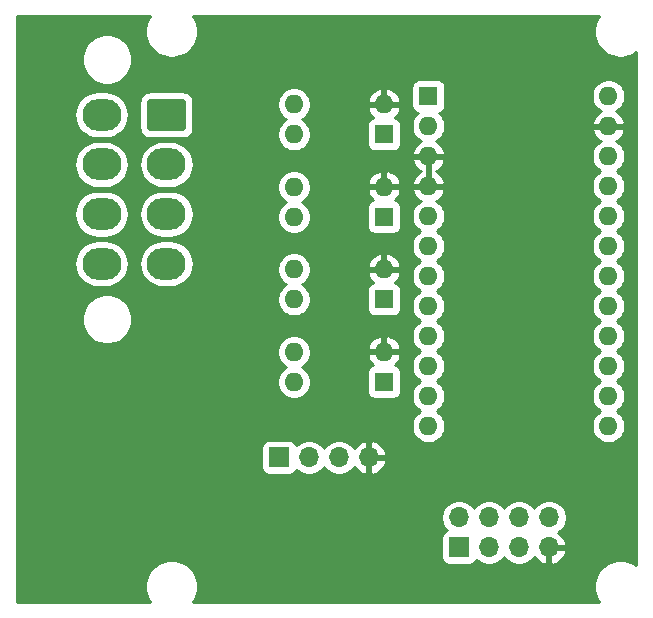
<source format=gbr>
G04 #@! TF.GenerationSoftware,KiCad,Pcbnew,(5.1.9)-1*
G04 #@! TF.CreationDate,2022-08-19T09:55:29-06:00*
G04 #@! TF.ProjectId,ABSIS_PMS,41425349-535f-4504-9d53-2e6b69636164,1*
G04 #@! TF.SameCoordinates,Original*
G04 #@! TF.FileFunction,Copper,L2,Bot*
G04 #@! TF.FilePolarity,Positive*
%FSLAX46Y46*%
G04 Gerber Fmt 4.6, Leading zero omitted, Abs format (unit mm)*
G04 Created by KiCad (PCBNEW (5.1.9)-1) date 2022-08-19 09:55:29*
%MOMM*%
%LPD*%
G01*
G04 APERTURE LIST*
G04 #@! TA.AperFunction,ComponentPad*
%ADD10O,3.300000X2.700000*%
G04 #@! TD*
G04 #@! TA.AperFunction,ComponentPad*
%ADD11O,1.600000X1.600000*%
G04 #@! TD*
G04 #@! TA.AperFunction,ComponentPad*
%ADD12R,1.600000X1.600000*%
G04 #@! TD*
G04 #@! TA.AperFunction,ComponentPad*
%ADD13O,1.700000X1.700000*%
G04 #@! TD*
G04 #@! TA.AperFunction,ComponentPad*
%ADD14R,1.700000X1.700000*%
G04 #@! TD*
G04 #@! TA.AperFunction,Conductor*
%ADD15C,0.254000*%
G04 #@! TD*
G04 #@! TA.AperFunction,Conductor*
%ADD16C,0.100000*%
G04 #@! TD*
G04 APERTURE END LIST*
D10*
X111865000Y-85500000D03*
X111865000Y-81300000D03*
X111865000Y-77100000D03*
X111865000Y-72900000D03*
X117365000Y-85500000D03*
X117365000Y-81300000D03*
X117365000Y-77100000D03*
G04 #@! TA.AperFunction,ComponentPad*
G36*
G01*
X115965001Y-71550000D02*
X118764999Y-71550000D01*
G75*
G02*
X119015000Y-71800001I0J-250001D01*
G01*
X119015000Y-73999999D01*
G75*
G02*
X118764999Y-74250000I-250001J0D01*
G01*
X115965001Y-74250000D01*
G75*
G02*
X115715000Y-73999999I0J250001D01*
G01*
X115715000Y-71800001D01*
G75*
G02*
X115965001Y-71550000I250001J0D01*
G01*
G37*
G04 #@! TD.AperFunction*
D11*
X128160000Y-88521000D03*
X135780000Y-85981000D03*
X128160000Y-85981000D03*
D12*
X135780000Y-88521000D03*
D13*
X149750000Y-106990000D03*
X149750000Y-109530000D03*
X147210000Y-106990000D03*
X147210000Y-109530000D03*
X144670000Y-106990000D03*
X144670000Y-109530000D03*
X142130000Y-106990000D03*
D14*
X142130000Y-109530000D03*
D11*
X128160000Y-95506000D03*
X135780000Y-92966000D03*
X128160000Y-92966000D03*
D12*
X135780000Y-95506000D03*
D11*
X128160000Y-81536000D03*
X135780000Y-78996000D03*
X128160000Y-78996000D03*
D12*
X135780000Y-81536000D03*
D11*
X128160000Y-74551000D03*
X135780000Y-72011000D03*
X128160000Y-72011000D03*
D12*
X135780000Y-74551000D03*
D13*
X134510000Y-101910000D03*
X131970000Y-101910000D03*
X129430000Y-101910000D03*
D14*
X126890000Y-101910000D03*
D11*
X154787600Y-71323200D03*
X139547600Y-99263200D03*
X154787600Y-73863200D03*
X139547600Y-96723200D03*
X154787600Y-76403200D03*
X139547600Y-94183200D03*
X154787600Y-78943200D03*
X139547600Y-91643200D03*
X154787600Y-81483200D03*
X139547600Y-89103200D03*
X154787600Y-84023200D03*
X139547600Y-86563200D03*
X154787600Y-86563200D03*
X139547600Y-84023200D03*
X154787600Y-89103200D03*
X139547600Y-81483200D03*
X154787600Y-91643200D03*
X139547600Y-78943200D03*
X154787600Y-94183200D03*
X139547600Y-76403200D03*
X154787600Y-96723200D03*
X139547600Y-73863200D03*
X154787600Y-99263200D03*
D12*
X139547600Y-71323200D03*
D15*
X115829369Y-64751331D02*
X115660890Y-65158075D01*
X115575000Y-65589872D01*
X115575000Y-66030128D01*
X115660890Y-66461925D01*
X115829369Y-66868669D01*
X116073962Y-67234729D01*
X116385271Y-67546038D01*
X116751331Y-67790631D01*
X117158075Y-67959110D01*
X117589872Y-68045000D01*
X118030128Y-68045000D01*
X118461925Y-67959110D01*
X118868669Y-67790631D01*
X119234729Y-67546038D01*
X119546038Y-67234729D01*
X119790631Y-66868669D01*
X119959110Y-66461925D01*
X120045000Y-66030128D01*
X120045000Y-65589872D01*
X119959110Y-65158075D01*
X119790631Y-64751331D01*
X119619356Y-64495000D01*
X154000644Y-64495000D01*
X153829369Y-64751331D01*
X153660890Y-65158075D01*
X153575000Y-65589872D01*
X153575000Y-66030128D01*
X153660890Y-66461925D01*
X153829369Y-66868669D01*
X154073962Y-67234729D01*
X154385271Y-67546038D01*
X154751331Y-67790631D01*
X155158075Y-67959110D01*
X155589872Y-68045000D01*
X156030128Y-68045000D01*
X156461925Y-67959110D01*
X156868669Y-67790631D01*
X157125001Y-67619356D01*
X157125000Y-111000644D01*
X156868669Y-110829369D01*
X156461925Y-110660890D01*
X156030128Y-110575000D01*
X155589872Y-110575000D01*
X155158075Y-110660890D01*
X154751331Y-110829369D01*
X154385271Y-111073962D01*
X154073962Y-111385271D01*
X153829369Y-111751331D01*
X153660890Y-112158075D01*
X153575000Y-112589872D01*
X153575000Y-113030128D01*
X153660890Y-113461925D01*
X153829369Y-113868669D01*
X154000644Y-114125000D01*
X119619356Y-114125000D01*
X119790631Y-113868669D01*
X119959110Y-113461925D01*
X120045000Y-113030128D01*
X120045000Y-112589872D01*
X119959110Y-112158075D01*
X119790631Y-111751331D01*
X119546038Y-111385271D01*
X119234729Y-111073962D01*
X118868669Y-110829369D01*
X118461925Y-110660890D01*
X118030128Y-110575000D01*
X117589872Y-110575000D01*
X117158075Y-110660890D01*
X116751331Y-110829369D01*
X116385271Y-111073962D01*
X116073962Y-111385271D01*
X115829369Y-111751331D01*
X115660890Y-112158075D01*
X115575000Y-112589872D01*
X115575000Y-113030128D01*
X115660890Y-113461925D01*
X115829369Y-113868669D01*
X116000644Y-114125000D01*
X104715000Y-114125000D01*
X104715000Y-108680000D01*
X140641928Y-108680000D01*
X140641928Y-110380000D01*
X140654188Y-110504482D01*
X140690498Y-110624180D01*
X140749463Y-110734494D01*
X140828815Y-110831185D01*
X140925506Y-110910537D01*
X141035820Y-110969502D01*
X141155518Y-111005812D01*
X141280000Y-111018072D01*
X142980000Y-111018072D01*
X143104482Y-111005812D01*
X143224180Y-110969502D01*
X143334494Y-110910537D01*
X143431185Y-110831185D01*
X143510537Y-110734494D01*
X143569502Y-110624180D01*
X143591513Y-110551620D01*
X143723368Y-110683475D01*
X143966589Y-110845990D01*
X144236842Y-110957932D01*
X144523740Y-111015000D01*
X144816260Y-111015000D01*
X145103158Y-110957932D01*
X145373411Y-110845990D01*
X145616632Y-110683475D01*
X145823475Y-110476632D01*
X145940000Y-110302240D01*
X146056525Y-110476632D01*
X146263368Y-110683475D01*
X146506589Y-110845990D01*
X146776842Y-110957932D01*
X147063740Y-111015000D01*
X147356260Y-111015000D01*
X147643158Y-110957932D01*
X147913411Y-110845990D01*
X148156632Y-110683475D01*
X148363475Y-110476632D01*
X148485195Y-110294466D01*
X148554822Y-110411355D01*
X148749731Y-110627588D01*
X148983080Y-110801641D01*
X149245901Y-110926825D01*
X149393110Y-110971476D01*
X149623000Y-110850155D01*
X149623000Y-109657000D01*
X149877000Y-109657000D01*
X149877000Y-110850155D01*
X150106890Y-110971476D01*
X150254099Y-110926825D01*
X150516920Y-110801641D01*
X150750269Y-110627588D01*
X150945178Y-110411355D01*
X151094157Y-110161252D01*
X151191481Y-109886891D01*
X151070814Y-109657000D01*
X149877000Y-109657000D01*
X149623000Y-109657000D01*
X149603000Y-109657000D01*
X149603000Y-109403000D01*
X149623000Y-109403000D01*
X149623000Y-109383000D01*
X149877000Y-109383000D01*
X149877000Y-109403000D01*
X151070814Y-109403000D01*
X151191481Y-109173109D01*
X151094157Y-108898748D01*
X150945178Y-108648645D01*
X150750269Y-108432412D01*
X150520594Y-108261100D01*
X150696632Y-108143475D01*
X150903475Y-107936632D01*
X151065990Y-107693411D01*
X151177932Y-107423158D01*
X151235000Y-107136260D01*
X151235000Y-106843740D01*
X151177932Y-106556842D01*
X151065990Y-106286589D01*
X150903475Y-106043368D01*
X150696632Y-105836525D01*
X150453411Y-105674010D01*
X150183158Y-105562068D01*
X149896260Y-105505000D01*
X149603740Y-105505000D01*
X149316842Y-105562068D01*
X149046589Y-105674010D01*
X148803368Y-105836525D01*
X148596525Y-106043368D01*
X148480000Y-106217760D01*
X148363475Y-106043368D01*
X148156632Y-105836525D01*
X147913411Y-105674010D01*
X147643158Y-105562068D01*
X147356260Y-105505000D01*
X147063740Y-105505000D01*
X146776842Y-105562068D01*
X146506589Y-105674010D01*
X146263368Y-105836525D01*
X146056525Y-106043368D01*
X145940000Y-106217760D01*
X145823475Y-106043368D01*
X145616632Y-105836525D01*
X145373411Y-105674010D01*
X145103158Y-105562068D01*
X144816260Y-105505000D01*
X144523740Y-105505000D01*
X144236842Y-105562068D01*
X143966589Y-105674010D01*
X143723368Y-105836525D01*
X143516525Y-106043368D01*
X143400000Y-106217760D01*
X143283475Y-106043368D01*
X143076632Y-105836525D01*
X142833411Y-105674010D01*
X142563158Y-105562068D01*
X142276260Y-105505000D01*
X141983740Y-105505000D01*
X141696842Y-105562068D01*
X141426589Y-105674010D01*
X141183368Y-105836525D01*
X140976525Y-106043368D01*
X140814010Y-106286589D01*
X140702068Y-106556842D01*
X140645000Y-106843740D01*
X140645000Y-107136260D01*
X140702068Y-107423158D01*
X140814010Y-107693411D01*
X140976525Y-107936632D01*
X141108380Y-108068487D01*
X141035820Y-108090498D01*
X140925506Y-108149463D01*
X140828815Y-108228815D01*
X140749463Y-108325506D01*
X140690498Y-108435820D01*
X140654188Y-108555518D01*
X140641928Y-108680000D01*
X104715000Y-108680000D01*
X104715000Y-101060000D01*
X125401928Y-101060000D01*
X125401928Y-102760000D01*
X125414188Y-102884482D01*
X125450498Y-103004180D01*
X125509463Y-103114494D01*
X125588815Y-103211185D01*
X125685506Y-103290537D01*
X125795820Y-103349502D01*
X125915518Y-103385812D01*
X126040000Y-103398072D01*
X127740000Y-103398072D01*
X127864482Y-103385812D01*
X127984180Y-103349502D01*
X128094494Y-103290537D01*
X128191185Y-103211185D01*
X128270537Y-103114494D01*
X128329502Y-103004180D01*
X128351513Y-102931620D01*
X128483368Y-103063475D01*
X128726589Y-103225990D01*
X128996842Y-103337932D01*
X129283740Y-103395000D01*
X129576260Y-103395000D01*
X129863158Y-103337932D01*
X130133411Y-103225990D01*
X130376632Y-103063475D01*
X130583475Y-102856632D01*
X130700000Y-102682240D01*
X130816525Y-102856632D01*
X131023368Y-103063475D01*
X131266589Y-103225990D01*
X131536842Y-103337932D01*
X131823740Y-103395000D01*
X132116260Y-103395000D01*
X132403158Y-103337932D01*
X132673411Y-103225990D01*
X132916632Y-103063475D01*
X133123475Y-102856632D01*
X133245195Y-102674466D01*
X133314822Y-102791355D01*
X133509731Y-103007588D01*
X133743080Y-103181641D01*
X134005901Y-103306825D01*
X134153110Y-103351476D01*
X134383000Y-103230155D01*
X134383000Y-102037000D01*
X134637000Y-102037000D01*
X134637000Y-103230155D01*
X134866890Y-103351476D01*
X135014099Y-103306825D01*
X135276920Y-103181641D01*
X135510269Y-103007588D01*
X135705178Y-102791355D01*
X135854157Y-102541252D01*
X135951481Y-102266891D01*
X135830814Y-102037000D01*
X134637000Y-102037000D01*
X134383000Y-102037000D01*
X134363000Y-102037000D01*
X134363000Y-101783000D01*
X134383000Y-101783000D01*
X134383000Y-100589845D01*
X134637000Y-100589845D01*
X134637000Y-101783000D01*
X135830814Y-101783000D01*
X135951481Y-101553109D01*
X135854157Y-101278748D01*
X135705178Y-101028645D01*
X135510269Y-100812412D01*
X135276920Y-100638359D01*
X135014099Y-100513175D01*
X134866890Y-100468524D01*
X134637000Y-100589845D01*
X134383000Y-100589845D01*
X134153110Y-100468524D01*
X134005901Y-100513175D01*
X133743080Y-100638359D01*
X133509731Y-100812412D01*
X133314822Y-101028645D01*
X133245195Y-101145534D01*
X133123475Y-100963368D01*
X132916632Y-100756525D01*
X132673411Y-100594010D01*
X132403158Y-100482068D01*
X132116260Y-100425000D01*
X131823740Y-100425000D01*
X131536842Y-100482068D01*
X131266589Y-100594010D01*
X131023368Y-100756525D01*
X130816525Y-100963368D01*
X130700000Y-101137760D01*
X130583475Y-100963368D01*
X130376632Y-100756525D01*
X130133411Y-100594010D01*
X129863158Y-100482068D01*
X129576260Y-100425000D01*
X129283740Y-100425000D01*
X128996842Y-100482068D01*
X128726589Y-100594010D01*
X128483368Y-100756525D01*
X128351513Y-100888380D01*
X128329502Y-100815820D01*
X128270537Y-100705506D01*
X128191185Y-100608815D01*
X128094494Y-100529463D01*
X127984180Y-100470498D01*
X127864482Y-100434188D01*
X127740000Y-100421928D01*
X126040000Y-100421928D01*
X125915518Y-100434188D01*
X125795820Y-100470498D01*
X125685506Y-100529463D01*
X125588815Y-100608815D01*
X125509463Y-100705506D01*
X125450498Y-100815820D01*
X125414188Y-100935518D01*
X125401928Y-101060000D01*
X104715000Y-101060000D01*
X104715000Y-92824665D01*
X126725000Y-92824665D01*
X126725000Y-93107335D01*
X126780147Y-93384574D01*
X126888320Y-93645727D01*
X127045363Y-93880759D01*
X127245241Y-94080637D01*
X127477759Y-94236000D01*
X127245241Y-94391363D01*
X127045363Y-94591241D01*
X126888320Y-94826273D01*
X126780147Y-95087426D01*
X126725000Y-95364665D01*
X126725000Y-95647335D01*
X126780147Y-95924574D01*
X126888320Y-96185727D01*
X127045363Y-96420759D01*
X127245241Y-96620637D01*
X127480273Y-96777680D01*
X127741426Y-96885853D01*
X128018665Y-96941000D01*
X128301335Y-96941000D01*
X128578574Y-96885853D01*
X128839727Y-96777680D01*
X129074759Y-96620637D01*
X129274637Y-96420759D01*
X129431680Y-96185727D01*
X129539853Y-95924574D01*
X129595000Y-95647335D01*
X129595000Y-95364665D01*
X129539853Y-95087426D01*
X129431680Y-94826273D01*
X129351317Y-94706000D01*
X134341928Y-94706000D01*
X134341928Y-96306000D01*
X134354188Y-96430482D01*
X134390498Y-96550180D01*
X134449463Y-96660494D01*
X134528815Y-96757185D01*
X134625506Y-96836537D01*
X134735820Y-96895502D01*
X134855518Y-96931812D01*
X134980000Y-96944072D01*
X136580000Y-96944072D01*
X136704482Y-96931812D01*
X136824180Y-96895502D01*
X136934494Y-96836537D01*
X137031185Y-96757185D01*
X137110537Y-96660494D01*
X137169502Y-96550180D01*
X137205812Y-96430482D01*
X137218072Y-96306000D01*
X137218072Y-94706000D01*
X137205812Y-94581518D01*
X137169502Y-94461820D01*
X137110537Y-94351506D01*
X137031185Y-94254815D01*
X136934494Y-94175463D01*
X136824180Y-94116498D01*
X136704482Y-94080188D01*
X136679920Y-94077769D01*
X136843519Y-93929414D01*
X137011037Y-93703420D01*
X137131246Y-93449087D01*
X137171904Y-93315039D01*
X137049915Y-93093000D01*
X135907000Y-93093000D01*
X135907000Y-93113000D01*
X135653000Y-93113000D01*
X135653000Y-93093000D01*
X134510085Y-93093000D01*
X134388096Y-93315039D01*
X134428754Y-93449087D01*
X134548963Y-93703420D01*
X134716481Y-93929414D01*
X134880080Y-94077769D01*
X134855518Y-94080188D01*
X134735820Y-94116498D01*
X134625506Y-94175463D01*
X134528815Y-94254815D01*
X134449463Y-94351506D01*
X134390498Y-94461820D01*
X134354188Y-94581518D01*
X134341928Y-94706000D01*
X129351317Y-94706000D01*
X129274637Y-94591241D01*
X129074759Y-94391363D01*
X128842241Y-94236000D01*
X129074759Y-94080637D01*
X129274637Y-93880759D01*
X129431680Y-93645727D01*
X129539853Y-93384574D01*
X129595000Y-93107335D01*
X129595000Y-92824665D01*
X129553685Y-92616961D01*
X134388096Y-92616961D01*
X134510085Y-92839000D01*
X135653000Y-92839000D01*
X135653000Y-91695376D01*
X135907000Y-91695376D01*
X135907000Y-92839000D01*
X137049915Y-92839000D01*
X137171904Y-92616961D01*
X137131246Y-92482913D01*
X137011037Y-92228580D01*
X136843519Y-92002586D01*
X136635131Y-91813615D01*
X136393881Y-91668930D01*
X136129040Y-91574091D01*
X135907000Y-91695376D01*
X135653000Y-91695376D01*
X135430960Y-91574091D01*
X135166119Y-91668930D01*
X134924869Y-91813615D01*
X134716481Y-92002586D01*
X134548963Y-92228580D01*
X134428754Y-92482913D01*
X134388096Y-92616961D01*
X129553685Y-92616961D01*
X129539853Y-92547426D01*
X129431680Y-92286273D01*
X129274637Y-92051241D01*
X129074759Y-91851363D01*
X128839727Y-91694320D01*
X128578574Y-91586147D01*
X128301335Y-91531000D01*
X128018665Y-91531000D01*
X127741426Y-91586147D01*
X127480273Y-91694320D01*
X127245241Y-91851363D01*
X127045363Y-92051241D01*
X126888320Y-92286273D01*
X126780147Y-92547426D01*
X126725000Y-92824665D01*
X104715000Y-92824665D01*
X104715000Y-89989721D01*
X110190000Y-89989721D01*
X110190000Y-90410279D01*
X110272047Y-90822756D01*
X110432988Y-91211302D01*
X110666637Y-91560983D01*
X110964017Y-91858363D01*
X111313698Y-92092012D01*
X111702244Y-92252953D01*
X112114721Y-92335000D01*
X112535279Y-92335000D01*
X112947756Y-92252953D01*
X113336302Y-92092012D01*
X113685983Y-91858363D01*
X113983363Y-91560983D01*
X114217012Y-91211302D01*
X114377953Y-90822756D01*
X114460000Y-90410279D01*
X114460000Y-89989721D01*
X114377953Y-89577244D01*
X114217012Y-89188698D01*
X113983363Y-88839017D01*
X113685983Y-88541637D01*
X113336302Y-88307988D01*
X112947756Y-88147047D01*
X112535279Y-88065000D01*
X112114721Y-88065000D01*
X111702244Y-88147047D01*
X111313698Y-88307988D01*
X110964017Y-88541637D01*
X110666637Y-88839017D01*
X110432988Y-89188698D01*
X110272047Y-89577244D01*
X110190000Y-89989721D01*
X104715000Y-89989721D01*
X104715000Y-85500000D01*
X109570396Y-85500000D01*
X109608722Y-85889128D01*
X109722226Y-86263302D01*
X109906547Y-86608143D01*
X110154602Y-86910398D01*
X110456857Y-87158453D01*
X110801698Y-87342774D01*
X111175872Y-87456278D01*
X111467490Y-87485000D01*
X112262510Y-87485000D01*
X112554128Y-87456278D01*
X112928302Y-87342774D01*
X113273143Y-87158453D01*
X113575398Y-86910398D01*
X113823453Y-86608143D01*
X114007774Y-86263302D01*
X114121278Y-85889128D01*
X114159604Y-85500000D01*
X115070396Y-85500000D01*
X115108722Y-85889128D01*
X115222226Y-86263302D01*
X115406547Y-86608143D01*
X115654602Y-86910398D01*
X115956857Y-87158453D01*
X116301698Y-87342774D01*
X116675872Y-87456278D01*
X116967490Y-87485000D01*
X117762510Y-87485000D01*
X118054128Y-87456278D01*
X118428302Y-87342774D01*
X118773143Y-87158453D01*
X119075398Y-86910398D01*
X119323453Y-86608143D01*
X119507774Y-86263302D01*
X119621278Y-85889128D01*
X119626149Y-85839665D01*
X126725000Y-85839665D01*
X126725000Y-86122335D01*
X126780147Y-86399574D01*
X126888320Y-86660727D01*
X127045363Y-86895759D01*
X127245241Y-87095637D01*
X127477759Y-87251000D01*
X127245241Y-87406363D01*
X127045363Y-87606241D01*
X126888320Y-87841273D01*
X126780147Y-88102426D01*
X126725000Y-88379665D01*
X126725000Y-88662335D01*
X126780147Y-88939574D01*
X126888320Y-89200727D01*
X127045363Y-89435759D01*
X127245241Y-89635637D01*
X127480273Y-89792680D01*
X127741426Y-89900853D01*
X128018665Y-89956000D01*
X128301335Y-89956000D01*
X128578574Y-89900853D01*
X128839727Y-89792680D01*
X129074759Y-89635637D01*
X129274637Y-89435759D01*
X129431680Y-89200727D01*
X129539853Y-88939574D01*
X129595000Y-88662335D01*
X129595000Y-88379665D01*
X129539853Y-88102426D01*
X129431680Y-87841273D01*
X129351317Y-87721000D01*
X134341928Y-87721000D01*
X134341928Y-89321000D01*
X134354188Y-89445482D01*
X134390498Y-89565180D01*
X134449463Y-89675494D01*
X134528815Y-89772185D01*
X134625506Y-89851537D01*
X134735820Y-89910502D01*
X134855518Y-89946812D01*
X134980000Y-89959072D01*
X136580000Y-89959072D01*
X136704482Y-89946812D01*
X136824180Y-89910502D01*
X136934494Y-89851537D01*
X137031185Y-89772185D01*
X137110537Y-89675494D01*
X137169502Y-89565180D01*
X137205812Y-89445482D01*
X137218072Y-89321000D01*
X137218072Y-87721000D01*
X137205812Y-87596518D01*
X137169502Y-87476820D01*
X137110537Y-87366506D01*
X137031185Y-87269815D01*
X136934494Y-87190463D01*
X136824180Y-87131498D01*
X136704482Y-87095188D01*
X136679920Y-87092769D01*
X136843519Y-86944414D01*
X137011037Y-86718420D01*
X137131246Y-86464087D01*
X137171904Y-86330039D01*
X137049915Y-86108000D01*
X135907000Y-86108000D01*
X135907000Y-86128000D01*
X135653000Y-86128000D01*
X135653000Y-86108000D01*
X134510085Y-86108000D01*
X134388096Y-86330039D01*
X134428754Y-86464087D01*
X134548963Y-86718420D01*
X134716481Y-86944414D01*
X134880080Y-87092769D01*
X134855518Y-87095188D01*
X134735820Y-87131498D01*
X134625506Y-87190463D01*
X134528815Y-87269815D01*
X134449463Y-87366506D01*
X134390498Y-87476820D01*
X134354188Y-87596518D01*
X134341928Y-87721000D01*
X129351317Y-87721000D01*
X129274637Y-87606241D01*
X129074759Y-87406363D01*
X128842241Y-87251000D01*
X129074759Y-87095637D01*
X129274637Y-86895759D01*
X129431680Y-86660727D01*
X129539853Y-86399574D01*
X129595000Y-86122335D01*
X129595000Y-85839665D01*
X129553685Y-85631961D01*
X134388096Y-85631961D01*
X134510085Y-85854000D01*
X135653000Y-85854000D01*
X135653000Y-84710376D01*
X135907000Y-84710376D01*
X135907000Y-85854000D01*
X137049915Y-85854000D01*
X137171904Y-85631961D01*
X137131246Y-85497913D01*
X137011037Y-85243580D01*
X136843519Y-85017586D01*
X136635131Y-84828615D01*
X136393881Y-84683930D01*
X136129040Y-84589091D01*
X135907000Y-84710376D01*
X135653000Y-84710376D01*
X135430960Y-84589091D01*
X135166119Y-84683930D01*
X134924869Y-84828615D01*
X134716481Y-85017586D01*
X134548963Y-85243580D01*
X134428754Y-85497913D01*
X134388096Y-85631961D01*
X129553685Y-85631961D01*
X129539853Y-85562426D01*
X129431680Y-85301273D01*
X129274637Y-85066241D01*
X129074759Y-84866363D01*
X128839727Y-84709320D01*
X128578574Y-84601147D01*
X128301335Y-84546000D01*
X128018665Y-84546000D01*
X127741426Y-84601147D01*
X127480273Y-84709320D01*
X127245241Y-84866363D01*
X127045363Y-85066241D01*
X126888320Y-85301273D01*
X126780147Y-85562426D01*
X126725000Y-85839665D01*
X119626149Y-85839665D01*
X119659604Y-85500000D01*
X119621278Y-85110872D01*
X119507774Y-84736698D01*
X119323453Y-84391857D01*
X119075398Y-84089602D01*
X118773143Y-83841547D01*
X118428302Y-83657226D01*
X118054128Y-83543722D01*
X117762510Y-83515000D01*
X116967490Y-83515000D01*
X116675872Y-83543722D01*
X116301698Y-83657226D01*
X115956857Y-83841547D01*
X115654602Y-84089602D01*
X115406547Y-84391857D01*
X115222226Y-84736698D01*
X115108722Y-85110872D01*
X115070396Y-85500000D01*
X114159604Y-85500000D01*
X114121278Y-85110872D01*
X114007774Y-84736698D01*
X113823453Y-84391857D01*
X113575398Y-84089602D01*
X113273143Y-83841547D01*
X112928302Y-83657226D01*
X112554128Y-83543722D01*
X112262510Y-83515000D01*
X111467490Y-83515000D01*
X111175872Y-83543722D01*
X110801698Y-83657226D01*
X110456857Y-83841547D01*
X110154602Y-84089602D01*
X109906547Y-84391857D01*
X109722226Y-84736698D01*
X109608722Y-85110872D01*
X109570396Y-85500000D01*
X104715000Y-85500000D01*
X104715000Y-81300000D01*
X109570396Y-81300000D01*
X109608722Y-81689128D01*
X109722226Y-82063302D01*
X109906547Y-82408143D01*
X110154602Y-82710398D01*
X110456857Y-82958453D01*
X110801698Y-83142774D01*
X111175872Y-83256278D01*
X111467490Y-83285000D01*
X112262510Y-83285000D01*
X112554128Y-83256278D01*
X112928302Y-83142774D01*
X113273143Y-82958453D01*
X113575398Y-82710398D01*
X113823453Y-82408143D01*
X114007774Y-82063302D01*
X114121278Y-81689128D01*
X114159604Y-81300000D01*
X115070396Y-81300000D01*
X115108722Y-81689128D01*
X115222226Y-82063302D01*
X115406547Y-82408143D01*
X115654602Y-82710398D01*
X115956857Y-82958453D01*
X116301698Y-83142774D01*
X116675872Y-83256278D01*
X116967490Y-83285000D01*
X117762510Y-83285000D01*
X118054128Y-83256278D01*
X118428302Y-83142774D01*
X118773143Y-82958453D01*
X119075398Y-82710398D01*
X119323453Y-82408143D01*
X119507774Y-82063302D01*
X119621278Y-81689128D01*
X119659604Y-81300000D01*
X119621278Y-80910872D01*
X119507774Y-80536698D01*
X119323453Y-80191857D01*
X119075398Y-79889602D01*
X118773143Y-79641547D01*
X118428302Y-79457226D01*
X118054128Y-79343722D01*
X117762510Y-79315000D01*
X116967490Y-79315000D01*
X116675872Y-79343722D01*
X116301698Y-79457226D01*
X115956857Y-79641547D01*
X115654602Y-79889602D01*
X115406547Y-80191857D01*
X115222226Y-80536698D01*
X115108722Y-80910872D01*
X115070396Y-81300000D01*
X114159604Y-81300000D01*
X114121278Y-80910872D01*
X114007774Y-80536698D01*
X113823453Y-80191857D01*
X113575398Y-79889602D01*
X113273143Y-79641547D01*
X112928302Y-79457226D01*
X112554128Y-79343722D01*
X112262510Y-79315000D01*
X111467490Y-79315000D01*
X111175872Y-79343722D01*
X110801698Y-79457226D01*
X110456857Y-79641547D01*
X110154602Y-79889602D01*
X109906547Y-80191857D01*
X109722226Y-80536698D01*
X109608722Y-80910872D01*
X109570396Y-81300000D01*
X104715000Y-81300000D01*
X104715000Y-77100000D01*
X109570396Y-77100000D01*
X109608722Y-77489128D01*
X109722226Y-77863302D01*
X109906547Y-78208143D01*
X110154602Y-78510398D01*
X110456857Y-78758453D01*
X110801698Y-78942774D01*
X111175872Y-79056278D01*
X111467490Y-79085000D01*
X112262510Y-79085000D01*
X112554128Y-79056278D01*
X112928302Y-78942774D01*
X113273143Y-78758453D01*
X113575398Y-78510398D01*
X113823453Y-78208143D01*
X114007774Y-77863302D01*
X114121278Y-77489128D01*
X114159604Y-77100000D01*
X115070396Y-77100000D01*
X115108722Y-77489128D01*
X115222226Y-77863302D01*
X115406547Y-78208143D01*
X115654602Y-78510398D01*
X115956857Y-78758453D01*
X116301698Y-78942774D01*
X116675872Y-79056278D01*
X116967490Y-79085000D01*
X117762510Y-79085000D01*
X118054128Y-79056278D01*
X118428302Y-78942774D01*
X118593142Y-78854665D01*
X126725000Y-78854665D01*
X126725000Y-79137335D01*
X126780147Y-79414574D01*
X126888320Y-79675727D01*
X127045363Y-79910759D01*
X127245241Y-80110637D01*
X127477759Y-80266000D01*
X127245241Y-80421363D01*
X127045363Y-80621241D01*
X126888320Y-80856273D01*
X126780147Y-81117426D01*
X126725000Y-81394665D01*
X126725000Y-81677335D01*
X126780147Y-81954574D01*
X126888320Y-82215727D01*
X127045363Y-82450759D01*
X127245241Y-82650637D01*
X127480273Y-82807680D01*
X127741426Y-82915853D01*
X128018665Y-82971000D01*
X128301335Y-82971000D01*
X128578574Y-82915853D01*
X128839727Y-82807680D01*
X129074759Y-82650637D01*
X129274637Y-82450759D01*
X129431680Y-82215727D01*
X129539853Y-81954574D01*
X129595000Y-81677335D01*
X129595000Y-81394665D01*
X129539853Y-81117426D01*
X129431680Y-80856273D01*
X129351317Y-80736000D01*
X134341928Y-80736000D01*
X134341928Y-82336000D01*
X134354188Y-82460482D01*
X134390498Y-82580180D01*
X134449463Y-82690494D01*
X134528815Y-82787185D01*
X134625506Y-82866537D01*
X134735820Y-82925502D01*
X134855518Y-82961812D01*
X134980000Y-82974072D01*
X136580000Y-82974072D01*
X136704482Y-82961812D01*
X136824180Y-82925502D01*
X136934494Y-82866537D01*
X137031185Y-82787185D01*
X137110537Y-82690494D01*
X137169502Y-82580180D01*
X137205812Y-82460482D01*
X137218072Y-82336000D01*
X137218072Y-81341865D01*
X138112600Y-81341865D01*
X138112600Y-81624535D01*
X138167747Y-81901774D01*
X138275920Y-82162927D01*
X138432963Y-82397959D01*
X138632841Y-82597837D01*
X138865359Y-82753200D01*
X138632841Y-82908563D01*
X138432963Y-83108441D01*
X138275920Y-83343473D01*
X138167747Y-83604626D01*
X138112600Y-83881865D01*
X138112600Y-84164535D01*
X138167747Y-84441774D01*
X138275920Y-84702927D01*
X138432963Y-84937959D01*
X138632841Y-85137837D01*
X138865359Y-85293200D01*
X138632841Y-85448563D01*
X138432963Y-85648441D01*
X138275920Y-85883473D01*
X138167747Y-86144626D01*
X138112600Y-86421865D01*
X138112600Y-86704535D01*
X138167747Y-86981774D01*
X138275920Y-87242927D01*
X138432963Y-87477959D01*
X138632841Y-87677837D01*
X138865359Y-87833200D01*
X138632841Y-87988563D01*
X138432963Y-88188441D01*
X138275920Y-88423473D01*
X138167747Y-88684626D01*
X138112600Y-88961865D01*
X138112600Y-89244535D01*
X138167747Y-89521774D01*
X138275920Y-89782927D01*
X138432963Y-90017959D01*
X138632841Y-90217837D01*
X138865359Y-90373200D01*
X138632841Y-90528563D01*
X138432963Y-90728441D01*
X138275920Y-90963473D01*
X138167747Y-91224626D01*
X138112600Y-91501865D01*
X138112600Y-91784535D01*
X138167747Y-92061774D01*
X138275920Y-92322927D01*
X138432963Y-92557959D01*
X138632841Y-92757837D01*
X138865359Y-92913200D01*
X138632841Y-93068563D01*
X138432963Y-93268441D01*
X138275920Y-93503473D01*
X138167747Y-93764626D01*
X138112600Y-94041865D01*
X138112600Y-94324535D01*
X138167747Y-94601774D01*
X138275920Y-94862927D01*
X138432963Y-95097959D01*
X138632841Y-95297837D01*
X138865359Y-95453200D01*
X138632841Y-95608563D01*
X138432963Y-95808441D01*
X138275920Y-96043473D01*
X138167747Y-96304626D01*
X138112600Y-96581865D01*
X138112600Y-96864535D01*
X138167747Y-97141774D01*
X138275920Y-97402927D01*
X138432963Y-97637959D01*
X138632841Y-97837837D01*
X138865359Y-97993200D01*
X138632841Y-98148563D01*
X138432963Y-98348441D01*
X138275920Y-98583473D01*
X138167747Y-98844626D01*
X138112600Y-99121865D01*
X138112600Y-99404535D01*
X138167747Y-99681774D01*
X138275920Y-99942927D01*
X138432963Y-100177959D01*
X138632841Y-100377837D01*
X138867873Y-100534880D01*
X139129026Y-100643053D01*
X139406265Y-100698200D01*
X139688935Y-100698200D01*
X139966174Y-100643053D01*
X140227327Y-100534880D01*
X140462359Y-100377837D01*
X140662237Y-100177959D01*
X140819280Y-99942927D01*
X140927453Y-99681774D01*
X140982600Y-99404535D01*
X140982600Y-99121865D01*
X140927453Y-98844626D01*
X140819280Y-98583473D01*
X140662237Y-98348441D01*
X140462359Y-98148563D01*
X140229841Y-97993200D01*
X140462359Y-97837837D01*
X140662237Y-97637959D01*
X140819280Y-97402927D01*
X140927453Y-97141774D01*
X140982600Y-96864535D01*
X140982600Y-96581865D01*
X140927453Y-96304626D01*
X140819280Y-96043473D01*
X140662237Y-95808441D01*
X140462359Y-95608563D01*
X140229841Y-95453200D01*
X140462359Y-95297837D01*
X140662237Y-95097959D01*
X140819280Y-94862927D01*
X140927453Y-94601774D01*
X140982600Y-94324535D01*
X140982600Y-94041865D01*
X140927453Y-93764626D01*
X140819280Y-93503473D01*
X140662237Y-93268441D01*
X140462359Y-93068563D01*
X140229841Y-92913200D01*
X140462359Y-92757837D01*
X140662237Y-92557959D01*
X140819280Y-92322927D01*
X140927453Y-92061774D01*
X140982600Y-91784535D01*
X140982600Y-91501865D01*
X140927453Y-91224626D01*
X140819280Y-90963473D01*
X140662237Y-90728441D01*
X140462359Y-90528563D01*
X140229841Y-90373200D01*
X140462359Y-90217837D01*
X140662237Y-90017959D01*
X140819280Y-89782927D01*
X140927453Y-89521774D01*
X140982600Y-89244535D01*
X140982600Y-88961865D01*
X140927453Y-88684626D01*
X140819280Y-88423473D01*
X140662237Y-88188441D01*
X140462359Y-87988563D01*
X140229841Y-87833200D01*
X140462359Y-87677837D01*
X140662237Y-87477959D01*
X140819280Y-87242927D01*
X140927453Y-86981774D01*
X140982600Y-86704535D01*
X140982600Y-86421865D01*
X140927453Y-86144626D01*
X140819280Y-85883473D01*
X140662237Y-85648441D01*
X140462359Y-85448563D01*
X140229841Y-85293200D01*
X140462359Y-85137837D01*
X140662237Y-84937959D01*
X140819280Y-84702927D01*
X140927453Y-84441774D01*
X140982600Y-84164535D01*
X140982600Y-83881865D01*
X140927453Y-83604626D01*
X140819280Y-83343473D01*
X140662237Y-83108441D01*
X140462359Y-82908563D01*
X140229841Y-82753200D01*
X140462359Y-82597837D01*
X140662237Y-82397959D01*
X140819280Y-82162927D01*
X140927453Y-81901774D01*
X140982600Y-81624535D01*
X140982600Y-81341865D01*
X140927453Y-81064626D01*
X140819280Y-80803473D01*
X140662237Y-80568441D01*
X140462359Y-80368563D01*
X140227327Y-80211520D01*
X140216735Y-80207133D01*
X140402731Y-80095585D01*
X140611119Y-79906614D01*
X140778637Y-79680620D01*
X140898846Y-79426287D01*
X140939504Y-79292239D01*
X140817515Y-79070200D01*
X139674600Y-79070200D01*
X139674600Y-79090200D01*
X139420600Y-79090200D01*
X139420600Y-79070200D01*
X138277685Y-79070200D01*
X138155696Y-79292239D01*
X138196354Y-79426287D01*
X138316563Y-79680620D01*
X138484081Y-79906614D01*
X138692469Y-80095585D01*
X138878465Y-80207133D01*
X138867873Y-80211520D01*
X138632841Y-80368563D01*
X138432963Y-80568441D01*
X138275920Y-80803473D01*
X138167747Y-81064626D01*
X138112600Y-81341865D01*
X137218072Y-81341865D01*
X137218072Y-80736000D01*
X137205812Y-80611518D01*
X137169502Y-80491820D01*
X137110537Y-80381506D01*
X137031185Y-80284815D01*
X136934494Y-80205463D01*
X136824180Y-80146498D01*
X136704482Y-80110188D01*
X136679920Y-80107769D01*
X136843519Y-79959414D01*
X137011037Y-79733420D01*
X137131246Y-79479087D01*
X137171904Y-79345039D01*
X137049915Y-79123000D01*
X135907000Y-79123000D01*
X135907000Y-79143000D01*
X135653000Y-79143000D01*
X135653000Y-79123000D01*
X134510085Y-79123000D01*
X134388096Y-79345039D01*
X134428754Y-79479087D01*
X134548963Y-79733420D01*
X134716481Y-79959414D01*
X134880080Y-80107769D01*
X134855518Y-80110188D01*
X134735820Y-80146498D01*
X134625506Y-80205463D01*
X134528815Y-80284815D01*
X134449463Y-80381506D01*
X134390498Y-80491820D01*
X134354188Y-80611518D01*
X134341928Y-80736000D01*
X129351317Y-80736000D01*
X129274637Y-80621241D01*
X129074759Y-80421363D01*
X128842241Y-80266000D01*
X129074759Y-80110637D01*
X129274637Y-79910759D01*
X129431680Y-79675727D01*
X129539853Y-79414574D01*
X129595000Y-79137335D01*
X129595000Y-78854665D01*
X129553685Y-78646961D01*
X134388096Y-78646961D01*
X134510085Y-78869000D01*
X135653000Y-78869000D01*
X135653000Y-77725376D01*
X135907000Y-77725376D01*
X135907000Y-78869000D01*
X137049915Y-78869000D01*
X137171904Y-78646961D01*
X137131246Y-78512913D01*
X137011037Y-78258580D01*
X136843519Y-78032586D01*
X136635131Y-77843615D01*
X136393881Y-77698930D01*
X136129040Y-77604091D01*
X135907000Y-77725376D01*
X135653000Y-77725376D01*
X135430960Y-77604091D01*
X135166119Y-77698930D01*
X134924869Y-77843615D01*
X134716481Y-78032586D01*
X134548963Y-78258580D01*
X134428754Y-78512913D01*
X134388096Y-78646961D01*
X129553685Y-78646961D01*
X129539853Y-78577426D01*
X129431680Y-78316273D01*
X129274637Y-78081241D01*
X129074759Y-77881363D01*
X128839727Y-77724320D01*
X128578574Y-77616147D01*
X128301335Y-77561000D01*
X128018665Y-77561000D01*
X127741426Y-77616147D01*
X127480273Y-77724320D01*
X127245241Y-77881363D01*
X127045363Y-78081241D01*
X126888320Y-78316273D01*
X126780147Y-78577426D01*
X126725000Y-78854665D01*
X118593142Y-78854665D01*
X118773143Y-78758453D01*
X119075398Y-78510398D01*
X119323453Y-78208143D01*
X119507774Y-77863302D01*
X119621278Y-77489128D01*
X119659604Y-77100000D01*
X119625353Y-76752239D01*
X138155696Y-76752239D01*
X138196354Y-76886287D01*
X138316563Y-77140620D01*
X138484081Y-77366614D01*
X138692469Y-77555585D01*
X138888582Y-77673200D01*
X138692469Y-77790815D01*
X138484081Y-77979786D01*
X138316563Y-78205780D01*
X138196354Y-78460113D01*
X138155696Y-78594161D01*
X138277685Y-78816200D01*
X139420600Y-78816200D01*
X139420600Y-76530200D01*
X139674600Y-76530200D01*
X139674600Y-78816200D01*
X140817515Y-78816200D01*
X140939504Y-78594161D01*
X140898846Y-78460113D01*
X140778637Y-78205780D01*
X140611119Y-77979786D01*
X140402731Y-77790815D01*
X140206618Y-77673200D01*
X140402731Y-77555585D01*
X140611119Y-77366614D01*
X140778637Y-77140620D01*
X140898846Y-76886287D01*
X140939504Y-76752239D01*
X140817515Y-76530200D01*
X139674600Y-76530200D01*
X139420600Y-76530200D01*
X138277685Y-76530200D01*
X138155696Y-76752239D01*
X119625353Y-76752239D01*
X119621278Y-76710872D01*
X119507774Y-76336698D01*
X119323453Y-75991857D01*
X119075398Y-75689602D01*
X118773143Y-75441547D01*
X118428302Y-75257226D01*
X118054128Y-75143722D01*
X117762510Y-75115000D01*
X116967490Y-75115000D01*
X116675872Y-75143722D01*
X116301698Y-75257226D01*
X115956857Y-75441547D01*
X115654602Y-75689602D01*
X115406547Y-75991857D01*
X115222226Y-76336698D01*
X115108722Y-76710872D01*
X115070396Y-77100000D01*
X114159604Y-77100000D01*
X114121278Y-76710872D01*
X114007774Y-76336698D01*
X113823453Y-75991857D01*
X113575398Y-75689602D01*
X113273143Y-75441547D01*
X112928302Y-75257226D01*
X112554128Y-75143722D01*
X112262510Y-75115000D01*
X111467490Y-75115000D01*
X111175872Y-75143722D01*
X110801698Y-75257226D01*
X110456857Y-75441547D01*
X110154602Y-75689602D01*
X109906547Y-75991857D01*
X109722226Y-76336698D01*
X109608722Y-76710872D01*
X109570396Y-77100000D01*
X104715000Y-77100000D01*
X104715000Y-72900000D01*
X109570396Y-72900000D01*
X109608722Y-73289128D01*
X109722226Y-73663302D01*
X109906547Y-74008143D01*
X110154602Y-74310398D01*
X110456857Y-74558453D01*
X110801698Y-74742774D01*
X111175872Y-74856278D01*
X111467490Y-74885000D01*
X112262510Y-74885000D01*
X112554128Y-74856278D01*
X112928302Y-74742774D01*
X113273143Y-74558453D01*
X113575398Y-74310398D01*
X113823453Y-74008143D01*
X114007774Y-73663302D01*
X114121278Y-73289128D01*
X114159604Y-72900000D01*
X114121278Y-72510872D01*
X114007774Y-72136698D01*
X113827807Y-71800001D01*
X115076928Y-71800001D01*
X115076928Y-73999999D01*
X115093992Y-74173253D01*
X115144529Y-74339850D01*
X115226595Y-74493386D01*
X115337039Y-74627961D01*
X115471614Y-74738405D01*
X115625150Y-74820471D01*
X115791747Y-74871008D01*
X115965001Y-74888072D01*
X118764999Y-74888072D01*
X118938253Y-74871008D01*
X119104850Y-74820471D01*
X119258386Y-74738405D01*
X119392961Y-74627961D01*
X119503405Y-74493386D01*
X119585471Y-74339850D01*
X119636008Y-74173253D01*
X119653072Y-73999999D01*
X119653072Y-71869665D01*
X126725000Y-71869665D01*
X126725000Y-72152335D01*
X126780147Y-72429574D01*
X126888320Y-72690727D01*
X127045363Y-72925759D01*
X127245241Y-73125637D01*
X127477759Y-73281000D01*
X127245241Y-73436363D01*
X127045363Y-73636241D01*
X126888320Y-73871273D01*
X126780147Y-74132426D01*
X126725000Y-74409665D01*
X126725000Y-74692335D01*
X126780147Y-74969574D01*
X126888320Y-75230727D01*
X127045363Y-75465759D01*
X127245241Y-75665637D01*
X127480273Y-75822680D01*
X127741426Y-75930853D01*
X128018665Y-75986000D01*
X128301335Y-75986000D01*
X128578574Y-75930853D01*
X128839727Y-75822680D01*
X129074759Y-75665637D01*
X129274637Y-75465759D01*
X129431680Y-75230727D01*
X129539853Y-74969574D01*
X129595000Y-74692335D01*
X129595000Y-74409665D01*
X129539853Y-74132426D01*
X129431680Y-73871273D01*
X129351317Y-73751000D01*
X134341928Y-73751000D01*
X134341928Y-75351000D01*
X134354188Y-75475482D01*
X134390498Y-75595180D01*
X134449463Y-75705494D01*
X134528815Y-75802185D01*
X134625506Y-75881537D01*
X134735820Y-75940502D01*
X134855518Y-75976812D01*
X134980000Y-75989072D01*
X136580000Y-75989072D01*
X136704482Y-75976812D01*
X136824180Y-75940502D01*
X136934494Y-75881537D01*
X137031185Y-75802185D01*
X137110537Y-75705494D01*
X137169502Y-75595180D01*
X137205812Y-75475482D01*
X137218072Y-75351000D01*
X137218072Y-73751000D01*
X137205812Y-73626518D01*
X137169502Y-73506820D01*
X137110537Y-73396506D01*
X137031185Y-73299815D01*
X136934494Y-73220463D01*
X136824180Y-73161498D01*
X136704482Y-73125188D01*
X136679920Y-73122769D01*
X136843519Y-72974414D01*
X137011037Y-72748420D01*
X137131246Y-72494087D01*
X137171904Y-72360039D01*
X137049915Y-72138000D01*
X135907000Y-72138000D01*
X135907000Y-72158000D01*
X135653000Y-72158000D01*
X135653000Y-72138000D01*
X134510085Y-72138000D01*
X134388096Y-72360039D01*
X134428754Y-72494087D01*
X134548963Y-72748420D01*
X134716481Y-72974414D01*
X134880080Y-73122769D01*
X134855518Y-73125188D01*
X134735820Y-73161498D01*
X134625506Y-73220463D01*
X134528815Y-73299815D01*
X134449463Y-73396506D01*
X134390498Y-73506820D01*
X134354188Y-73626518D01*
X134341928Y-73751000D01*
X129351317Y-73751000D01*
X129274637Y-73636241D01*
X129074759Y-73436363D01*
X128842241Y-73281000D01*
X129074759Y-73125637D01*
X129274637Y-72925759D01*
X129431680Y-72690727D01*
X129539853Y-72429574D01*
X129595000Y-72152335D01*
X129595000Y-71869665D01*
X129553685Y-71661961D01*
X134388096Y-71661961D01*
X134510085Y-71884000D01*
X135653000Y-71884000D01*
X135653000Y-70740376D01*
X135907000Y-70740376D01*
X135907000Y-71884000D01*
X137049915Y-71884000D01*
X137171904Y-71661961D01*
X137131246Y-71527913D01*
X137011037Y-71273580D01*
X136843519Y-71047586D01*
X136635131Y-70858615D01*
X136393881Y-70713930D01*
X136129040Y-70619091D01*
X135907000Y-70740376D01*
X135653000Y-70740376D01*
X135430960Y-70619091D01*
X135166119Y-70713930D01*
X134924869Y-70858615D01*
X134716481Y-71047586D01*
X134548963Y-71273580D01*
X134428754Y-71527913D01*
X134388096Y-71661961D01*
X129553685Y-71661961D01*
X129539853Y-71592426D01*
X129431680Y-71331273D01*
X129274637Y-71096241D01*
X129074759Y-70896363D01*
X128839727Y-70739320D01*
X128578574Y-70631147D01*
X128301335Y-70576000D01*
X128018665Y-70576000D01*
X127741426Y-70631147D01*
X127480273Y-70739320D01*
X127245241Y-70896363D01*
X127045363Y-71096241D01*
X126888320Y-71331273D01*
X126780147Y-71592426D01*
X126725000Y-71869665D01*
X119653072Y-71869665D01*
X119653072Y-71800001D01*
X119636008Y-71626747D01*
X119585471Y-71460150D01*
X119503405Y-71306614D01*
X119392961Y-71172039D01*
X119258386Y-71061595D01*
X119104850Y-70979529D01*
X118938253Y-70928992D01*
X118764999Y-70911928D01*
X115965001Y-70911928D01*
X115791747Y-70928992D01*
X115625150Y-70979529D01*
X115471614Y-71061595D01*
X115337039Y-71172039D01*
X115226595Y-71306614D01*
X115144529Y-71460150D01*
X115093992Y-71626747D01*
X115076928Y-71800001D01*
X113827807Y-71800001D01*
X113823453Y-71791857D01*
X113575398Y-71489602D01*
X113273143Y-71241547D01*
X112928302Y-71057226D01*
X112554128Y-70943722D01*
X112262510Y-70915000D01*
X111467490Y-70915000D01*
X111175872Y-70943722D01*
X110801698Y-71057226D01*
X110456857Y-71241547D01*
X110154602Y-71489602D01*
X109906547Y-71791857D01*
X109722226Y-72136698D01*
X109608722Y-72510872D01*
X109570396Y-72900000D01*
X104715000Y-72900000D01*
X104715000Y-70523200D01*
X138109528Y-70523200D01*
X138109528Y-72123200D01*
X138121788Y-72247682D01*
X138158098Y-72367380D01*
X138217063Y-72477694D01*
X138296415Y-72574385D01*
X138393106Y-72653737D01*
X138503420Y-72712702D01*
X138623118Y-72749012D01*
X138631561Y-72749843D01*
X138432963Y-72948441D01*
X138275920Y-73183473D01*
X138167747Y-73444626D01*
X138112600Y-73721865D01*
X138112600Y-74004535D01*
X138167747Y-74281774D01*
X138275920Y-74542927D01*
X138432963Y-74777959D01*
X138632841Y-74977837D01*
X138867873Y-75134880D01*
X138878465Y-75139267D01*
X138692469Y-75250815D01*
X138484081Y-75439786D01*
X138316563Y-75665780D01*
X138196354Y-75920113D01*
X138155696Y-76054161D01*
X138277685Y-76276200D01*
X139420600Y-76276200D01*
X139420600Y-76256200D01*
X139674600Y-76256200D01*
X139674600Y-76276200D01*
X140817515Y-76276200D01*
X140825390Y-76261865D01*
X153352600Y-76261865D01*
X153352600Y-76544535D01*
X153407747Y-76821774D01*
X153515920Y-77082927D01*
X153672963Y-77317959D01*
X153872841Y-77517837D01*
X154105359Y-77673200D01*
X153872841Y-77828563D01*
X153672963Y-78028441D01*
X153515920Y-78263473D01*
X153407747Y-78524626D01*
X153352600Y-78801865D01*
X153352600Y-79084535D01*
X153407747Y-79361774D01*
X153515920Y-79622927D01*
X153672963Y-79857959D01*
X153872841Y-80057837D01*
X154105359Y-80213200D01*
X153872841Y-80368563D01*
X153672963Y-80568441D01*
X153515920Y-80803473D01*
X153407747Y-81064626D01*
X153352600Y-81341865D01*
X153352600Y-81624535D01*
X153407747Y-81901774D01*
X153515920Y-82162927D01*
X153672963Y-82397959D01*
X153872841Y-82597837D01*
X154105359Y-82753200D01*
X153872841Y-82908563D01*
X153672963Y-83108441D01*
X153515920Y-83343473D01*
X153407747Y-83604626D01*
X153352600Y-83881865D01*
X153352600Y-84164535D01*
X153407747Y-84441774D01*
X153515920Y-84702927D01*
X153672963Y-84937959D01*
X153872841Y-85137837D01*
X154105359Y-85293200D01*
X153872841Y-85448563D01*
X153672963Y-85648441D01*
X153515920Y-85883473D01*
X153407747Y-86144626D01*
X153352600Y-86421865D01*
X153352600Y-86704535D01*
X153407747Y-86981774D01*
X153515920Y-87242927D01*
X153672963Y-87477959D01*
X153872841Y-87677837D01*
X154105359Y-87833200D01*
X153872841Y-87988563D01*
X153672963Y-88188441D01*
X153515920Y-88423473D01*
X153407747Y-88684626D01*
X153352600Y-88961865D01*
X153352600Y-89244535D01*
X153407747Y-89521774D01*
X153515920Y-89782927D01*
X153672963Y-90017959D01*
X153872841Y-90217837D01*
X154105359Y-90373200D01*
X153872841Y-90528563D01*
X153672963Y-90728441D01*
X153515920Y-90963473D01*
X153407747Y-91224626D01*
X153352600Y-91501865D01*
X153352600Y-91784535D01*
X153407747Y-92061774D01*
X153515920Y-92322927D01*
X153672963Y-92557959D01*
X153872841Y-92757837D01*
X154105359Y-92913200D01*
X153872841Y-93068563D01*
X153672963Y-93268441D01*
X153515920Y-93503473D01*
X153407747Y-93764626D01*
X153352600Y-94041865D01*
X153352600Y-94324535D01*
X153407747Y-94601774D01*
X153515920Y-94862927D01*
X153672963Y-95097959D01*
X153872841Y-95297837D01*
X154105359Y-95453200D01*
X153872841Y-95608563D01*
X153672963Y-95808441D01*
X153515920Y-96043473D01*
X153407747Y-96304626D01*
X153352600Y-96581865D01*
X153352600Y-96864535D01*
X153407747Y-97141774D01*
X153515920Y-97402927D01*
X153672963Y-97637959D01*
X153872841Y-97837837D01*
X154105359Y-97993200D01*
X153872841Y-98148563D01*
X153672963Y-98348441D01*
X153515920Y-98583473D01*
X153407747Y-98844626D01*
X153352600Y-99121865D01*
X153352600Y-99404535D01*
X153407747Y-99681774D01*
X153515920Y-99942927D01*
X153672963Y-100177959D01*
X153872841Y-100377837D01*
X154107873Y-100534880D01*
X154369026Y-100643053D01*
X154646265Y-100698200D01*
X154928935Y-100698200D01*
X155206174Y-100643053D01*
X155467327Y-100534880D01*
X155702359Y-100377837D01*
X155902237Y-100177959D01*
X156059280Y-99942927D01*
X156167453Y-99681774D01*
X156222600Y-99404535D01*
X156222600Y-99121865D01*
X156167453Y-98844626D01*
X156059280Y-98583473D01*
X155902237Y-98348441D01*
X155702359Y-98148563D01*
X155469841Y-97993200D01*
X155702359Y-97837837D01*
X155902237Y-97637959D01*
X156059280Y-97402927D01*
X156167453Y-97141774D01*
X156222600Y-96864535D01*
X156222600Y-96581865D01*
X156167453Y-96304626D01*
X156059280Y-96043473D01*
X155902237Y-95808441D01*
X155702359Y-95608563D01*
X155469841Y-95453200D01*
X155702359Y-95297837D01*
X155902237Y-95097959D01*
X156059280Y-94862927D01*
X156167453Y-94601774D01*
X156222600Y-94324535D01*
X156222600Y-94041865D01*
X156167453Y-93764626D01*
X156059280Y-93503473D01*
X155902237Y-93268441D01*
X155702359Y-93068563D01*
X155469841Y-92913200D01*
X155702359Y-92757837D01*
X155902237Y-92557959D01*
X156059280Y-92322927D01*
X156167453Y-92061774D01*
X156222600Y-91784535D01*
X156222600Y-91501865D01*
X156167453Y-91224626D01*
X156059280Y-90963473D01*
X155902237Y-90728441D01*
X155702359Y-90528563D01*
X155469841Y-90373200D01*
X155702359Y-90217837D01*
X155902237Y-90017959D01*
X156059280Y-89782927D01*
X156167453Y-89521774D01*
X156222600Y-89244535D01*
X156222600Y-88961865D01*
X156167453Y-88684626D01*
X156059280Y-88423473D01*
X155902237Y-88188441D01*
X155702359Y-87988563D01*
X155469841Y-87833200D01*
X155702359Y-87677837D01*
X155902237Y-87477959D01*
X156059280Y-87242927D01*
X156167453Y-86981774D01*
X156222600Y-86704535D01*
X156222600Y-86421865D01*
X156167453Y-86144626D01*
X156059280Y-85883473D01*
X155902237Y-85648441D01*
X155702359Y-85448563D01*
X155469841Y-85293200D01*
X155702359Y-85137837D01*
X155902237Y-84937959D01*
X156059280Y-84702927D01*
X156167453Y-84441774D01*
X156222600Y-84164535D01*
X156222600Y-83881865D01*
X156167453Y-83604626D01*
X156059280Y-83343473D01*
X155902237Y-83108441D01*
X155702359Y-82908563D01*
X155469841Y-82753200D01*
X155702359Y-82597837D01*
X155902237Y-82397959D01*
X156059280Y-82162927D01*
X156167453Y-81901774D01*
X156222600Y-81624535D01*
X156222600Y-81341865D01*
X156167453Y-81064626D01*
X156059280Y-80803473D01*
X155902237Y-80568441D01*
X155702359Y-80368563D01*
X155469841Y-80213200D01*
X155702359Y-80057837D01*
X155902237Y-79857959D01*
X156059280Y-79622927D01*
X156167453Y-79361774D01*
X156222600Y-79084535D01*
X156222600Y-78801865D01*
X156167453Y-78524626D01*
X156059280Y-78263473D01*
X155902237Y-78028441D01*
X155702359Y-77828563D01*
X155469841Y-77673200D01*
X155702359Y-77517837D01*
X155902237Y-77317959D01*
X156059280Y-77082927D01*
X156167453Y-76821774D01*
X156222600Y-76544535D01*
X156222600Y-76261865D01*
X156167453Y-75984626D01*
X156059280Y-75723473D01*
X155902237Y-75488441D01*
X155702359Y-75288563D01*
X155467327Y-75131520D01*
X155456735Y-75127133D01*
X155642731Y-75015585D01*
X155851119Y-74826614D01*
X156018637Y-74600620D01*
X156138846Y-74346287D01*
X156179504Y-74212239D01*
X156057515Y-73990200D01*
X154914600Y-73990200D01*
X154914600Y-74010200D01*
X154660600Y-74010200D01*
X154660600Y-73990200D01*
X153517685Y-73990200D01*
X153395696Y-74212239D01*
X153436354Y-74346287D01*
X153556563Y-74600620D01*
X153724081Y-74826614D01*
X153932469Y-75015585D01*
X154118465Y-75127133D01*
X154107873Y-75131520D01*
X153872841Y-75288563D01*
X153672963Y-75488441D01*
X153515920Y-75723473D01*
X153407747Y-75984626D01*
X153352600Y-76261865D01*
X140825390Y-76261865D01*
X140939504Y-76054161D01*
X140898846Y-75920113D01*
X140778637Y-75665780D01*
X140611119Y-75439786D01*
X140402731Y-75250815D01*
X140216735Y-75139267D01*
X140227327Y-75134880D01*
X140462359Y-74977837D01*
X140662237Y-74777959D01*
X140819280Y-74542927D01*
X140927453Y-74281774D01*
X140982600Y-74004535D01*
X140982600Y-73721865D01*
X140927453Y-73444626D01*
X140819280Y-73183473D01*
X140662237Y-72948441D01*
X140463639Y-72749843D01*
X140472082Y-72749012D01*
X140591780Y-72712702D01*
X140702094Y-72653737D01*
X140798785Y-72574385D01*
X140878137Y-72477694D01*
X140937102Y-72367380D01*
X140973412Y-72247682D01*
X140985672Y-72123200D01*
X140985672Y-71181865D01*
X153352600Y-71181865D01*
X153352600Y-71464535D01*
X153407747Y-71741774D01*
X153515920Y-72002927D01*
X153672963Y-72237959D01*
X153872841Y-72437837D01*
X154107873Y-72594880D01*
X154118465Y-72599267D01*
X153932469Y-72710815D01*
X153724081Y-72899786D01*
X153556563Y-73125780D01*
X153436354Y-73380113D01*
X153395696Y-73514161D01*
X153517685Y-73736200D01*
X154660600Y-73736200D01*
X154660600Y-73716200D01*
X154914600Y-73716200D01*
X154914600Y-73736200D01*
X156057515Y-73736200D01*
X156179504Y-73514161D01*
X156138846Y-73380113D01*
X156018637Y-73125780D01*
X155851119Y-72899786D01*
X155642731Y-72710815D01*
X155456735Y-72599267D01*
X155467327Y-72594880D01*
X155702359Y-72437837D01*
X155902237Y-72237959D01*
X156059280Y-72002927D01*
X156167453Y-71741774D01*
X156222600Y-71464535D01*
X156222600Y-71181865D01*
X156167453Y-70904626D01*
X156059280Y-70643473D01*
X155902237Y-70408441D01*
X155702359Y-70208563D01*
X155467327Y-70051520D01*
X155206174Y-69943347D01*
X154928935Y-69888200D01*
X154646265Y-69888200D01*
X154369026Y-69943347D01*
X154107873Y-70051520D01*
X153872841Y-70208563D01*
X153672963Y-70408441D01*
X153515920Y-70643473D01*
X153407747Y-70904626D01*
X153352600Y-71181865D01*
X140985672Y-71181865D01*
X140985672Y-70523200D01*
X140973412Y-70398718D01*
X140937102Y-70279020D01*
X140878137Y-70168706D01*
X140798785Y-70072015D01*
X140702094Y-69992663D01*
X140591780Y-69933698D01*
X140472082Y-69897388D01*
X140347600Y-69885128D01*
X138747600Y-69885128D01*
X138623118Y-69897388D01*
X138503420Y-69933698D01*
X138393106Y-69992663D01*
X138296415Y-70072015D01*
X138217063Y-70168706D01*
X138158098Y-70279020D01*
X138121788Y-70398718D01*
X138109528Y-70523200D01*
X104715000Y-70523200D01*
X104715000Y-67989721D01*
X110190000Y-67989721D01*
X110190000Y-68410279D01*
X110272047Y-68822756D01*
X110432988Y-69211302D01*
X110666637Y-69560983D01*
X110964017Y-69858363D01*
X111313698Y-70092012D01*
X111702244Y-70252953D01*
X112114721Y-70335000D01*
X112535279Y-70335000D01*
X112947756Y-70252953D01*
X113336302Y-70092012D01*
X113685983Y-69858363D01*
X113983363Y-69560983D01*
X114217012Y-69211302D01*
X114377953Y-68822756D01*
X114460000Y-68410279D01*
X114460000Y-67989721D01*
X114377953Y-67577244D01*
X114217012Y-67188698D01*
X113983363Y-66839017D01*
X113685983Y-66541637D01*
X113336302Y-66307988D01*
X112947756Y-66147047D01*
X112535279Y-66065000D01*
X112114721Y-66065000D01*
X111702244Y-66147047D01*
X111313698Y-66307988D01*
X110964017Y-66541637D01*
X110666637Y-66839017D01*
X110432988Y-67188698D01*
X110272047Y-67577244D01*
X110190000Y-67989721D01*
X104715000Y-67989721D01*
X104715000Y-64495000D01*
X116000644Y-64495000D01*
X115829369Y-64751331D01*
G04 #@! TA.AperFunction,Conductor*
D16*
G36*
X115829369Y-64751331D02*
G01*
X115660890Y-65158075D01*
X115575000Y-65589872D01*
X115575000Y-66030128D01*
X115660890Y-66461925D01*
X115829369Y-66868669D01*
X116073962Y-67234729D01*
X116385271Y-67546038D01*
X116751331Y-67790631D01*
X117158075Y-67959110D01*
X117589872Y-68045000D01*
X118030128Y-68045000D01*
X118461925Y-67959110D01*
X118868669Y-67790631D01*
X119234729Y-67546038D01*
X119546038Y-67234729D01*
X119790631Y-66868669D01*
X119959110Y-66461925D01*
X120045000Y-66030128D01*
X120045000Y-65589872D01*
X119959110Y-65158075D01*
X119790631Y-64751331D01*
X119619356Y-64495000D01*
X154000644Y-64495000D01*
X153829369Y-64751331D01*
X153660890Y-65158075D01*
X153575000Y-65589872D01*
X153575000Y-66030128D01*
X153660890Y-66461925D01*
X153829369Y-66868669D01*
X154073962Y-67234729D01*
X154385271Y-67546038D01*
X154751331Y-67790631D01*
X155158075Y-67959110D01*
X155589872Y-68045000D01*
X156030128Y-68045000D01*
X156461925Y-67959110D01*
X156868669Y-67790631D01*
X157125001Y-67619356D01*
X157125000Y-111000644D01*
X156868669Y-110829369D01*
X156461925Y-110660890D01*
X156030128Y-110575000D01*
X155589872Y-110575000D01*
X155158075Y-110660890D01*
X154751331Y-110829369D01*
X154385271Y-111073962D01*
X154073962Y-111385271D01*
X153829369Y-111751331D01*
X153660890Y-112158075D01*
X153575000Y-112589872D01*
X153575000Y-113030128D01*
X153660890Y-113461925D01*
X153829369Y-113868669D01*
X154000644Y-114125000D01*
X119619356Y-114125000D01*
X119790631Y-113868669D01*
X119959110Y-113461925D01*
X120045000Y-113030128D01*
X120045000Y-112589872D01*
X119959110Y-112158075D01*
X119790631Y-111751331D01*
X119546038Y-111385271D01*
X119234729Y-111073962D01*
X118868669Y-110829369D01*
X118461925Y-110660890D01*
X118030128Y-110575000D01*
X117589872Y-110575000D01*
X117158075Y-110660890D01*
X116751331Y-110829369D01*
X116385271Y-111073962D01*
X116073962Y-111385271D01*
X115829369Y-111751331D01*
X115660890Y-112158075D01*
X115575000Y-112589872D01*
X115575000Y-113030128D01*
X115660890Y-113461925D01*
X115829369Y-113868669D01*
X116000644Y-114125000D01*
X104715000Y-114125000D01*
X104715000Y-108680000D01*
X140641928Y-108680000D01*
X140641928Y-110380000D01*
X140654188Y-110504482D01*
X140690498Y-110624180D01*
X140749463Y-110734494D01*
X140828815Y-110831185D01*
X140925506Y-110910537D01*
X141035820Y-110969502D01*
X141155518Y-111005812D01*
X141280000Y-111018072D01*
X142980000Y-111018072D01*
X143104482Y-111005812D01*
X143224180Y-110969502D01*
X143334494Y-110910537D01*
X143431185Y-110831185D01*
X143510537Y-110734494D01*
X143569502Y-110624180D01*
X143591513Y-110551620D01*
X143723368Y-110683475D01*
X143966589Y-110845990D01*
X144236842Y-110957932D01*
X144523740Y-111015000D01*
X144816260Y-111015000D01*
X145103158Y-110957932D01*
X145373411Y-110845990D01*
X145616632Y-110683475D01*
X145823475Y-110476632D01*
X145940000Y-110302240D01*
X146056525Y-110476632D01*
X146263368Y-110683475D01*
X146506589Y-110845990D01*
X146776842Y-110957932D01*
X147063740Y-111015000D01*
X147356260Y-111015000D01*
X147643158Y-110957932D01*
X147913411Y-110845990D01*
X148156632Y-110683475D01*
X148363475Y-110476632D01*
X148485195Y-110294466D01*
X148554822Y-110411355D01*
X148749731Y-110627588D01*
X148983080Y-110801641D01*
X149245901Y-110926825D01*
X149393110Y-110971476D01*
X149623000Y-110850155D01*
X149623000Y-109657000D01*
X149877000Y-109657000D01*
X149877000Y-110850155D01*
X150106890Y-110971476D01*
X150254099Y-110926825D01*
X150516920Y-110801641D01*
X150750269Y-110627588D01*
X150945178Y-110411355D01*
X151094157Y-110161252D01*
X151191481Y-109886891D01*
X151070814Y-109657000D01*
X149877000Y-109657000D01*
X149623000Y-109657000D01*
X149603000Y-109657000D01*
X149603000Y-109403000D01*
X149623000Y-109403000D01*
X149623000Y-109383000D01*
X149877000Y-109383000D01*
X149877000Y-109403000D01*
X151070814Y-109403000D01*
X151191481Y-109173109D01*
X151094157Y-108898748D01*
X150945178Y-108648645D01*
X150750269Y-108432412D01*
X150520594Y-108261100D01*
X150696632Y-108143475D01*
X150903475Y-107936632D01*
X151065990Y-107693411D01*
X151177932Y-107423158D01*
X151235000Y-107136260D01*
X151235000Y-106843740D01*
X151177932Y-106556842D01*
X151065990Y-106286589D01*
X150903475Y-106043368D01*
X150696632Y-105836525D01*
X150453411Y-105674010D01*
X150183158Y-105562068D01*
X149896260Y-105505000D01*
X149603740Y-105505000D01*
X149316842Y-105562068D01*
X149046589Y-105674010D01*
X148803368Y-105836525D01*
X148596525Y-106043368D01*
X148480000Y-106217760D01*
X148363475Y-106043368D01*
X148156632Y-105836525D01*
X147913411Y-105674010D01*
X147643158Y-105562068D01*
X147356260Y-105505000D01*
X147063740Y-105505000D01*
X146776842Y-105562068D01*
X146506589Y-105674010D01*
X146263368Y-105836525D01*
X146056525Y-106043368D01*
X145940000Y-106217760D01*
X145823475Y-106043368D01*
X145616632Y-105836525D01*
X145373411Y-105674010D01*
X145103158Y-105562068D01*
X144816260Y-105505000D01*
X144523740Y-105505000D01*
X144236842Y-105562068D01*
X143966589Y-105674010D01*
X143723368Y-105836525D01*
X143516525Y-106043368D01*
X143400000Y-106217760D01*
X143283475Y-106043368D01*
X143076632Y-105836525D01*
X142833411Y-105674010D01*
X142563158Y-105562068D01*
X142276260Y-105505000D01*
X141983740Y-105505000D01*
X141696842Y-105562068D01*
X141426589Y-105674010D01*
X141183368Y-105836525D01*
X140976525Y-106043368D01*
X140814010Y-106286589D01*
X140702068Y-106556842D01*
X140645000Y-106843740D01*
X140645000Y-107136260D01*
X140702068Y-107423158D01*
X140814010Y-107693411D01*
X140976525Y-107936632D01*
X141108380Y-108068487D01*
X141035820Y-108090498D01*
X140925506Y-108149463D01*
X140828815Y-108228815D01*
X140749463Y-108325506D01*
X140690498Y-108435820D01*
X140654188Y-108555518D01*
X140641928Y-108680000D01*
X104715000Y-108680000D01*
X104715000Y-101060000D01*
X125401928Y-101060000D01*
X125401928Y-102760000D01*
X125414188Y-102884482D01*
X125450498Y-103004180D01*
X125509463Y-103114494D01*
X125588815Y-103211185D01*
X125685506Y-103290537D01*
X125795820Y-103349502D01*
X125915518Y-103385812D01*
X126040000Y-103398072D01*
X127740000Y-103398072D01*
X127864482Y-103385812D01*
X127984180Y-103349502D01*
X128094494Y-103290537D01*
X128191185Y-103211185D01*
X128270537Y-103114494D01*
X128329502Y-103004180D01*
X128351513Y-102931620D01*
X128483368Y-103063475D01*
X128726589Y-103225990D01*
X128996842Y-103337932D01*
X129283740Y-103395000D01*
X129576260Y-103395000D01*
X129863158Y-103337932D01*
X130133411Y-103225990D01*
X130376632Y-103063475D01*
X130583475Y-102856632D01*
X130700000Y-102682240D01*
X130816525Y-102856632D01*
X131023368Y-103063475D01*
X131266589Y-103225990D01*
X131536842Y-103337932D01*
X131823740Y-103395000D01*
X132116260Y-103395000D01*
X132403158Y-103337932D01*
X132673411Y-103225990D01*
X132916632Y-103063475D01*
X133123475Y-102856632D01*
X133245195Y-102674466D01*
X133314822Y-102791355D01*
X133509731Y-103007588D01*
X133743080Y-103181641D01*
X134005901Y-103306825D01*
X134153110Y-103351476D01*
X134383000Y-103230155D01*
X134383000Y-102037000D01*
X134637000Y-102037000D01*
X134637000Y-103230155D01*
X134866890Y-103351476D01*
X135014099Y-103306825D01*
X135276920Y-103181641D01*
X135510269Y-103007588D01*
X135705178Y-102791355D01*
X135854157Y-102541252D01*
X135951481Y-102266891D01*
X135830814Y-102037000D01*
X134637000Y-102037000D01*
X134383000Y-102037000D01*
X134363000Y-102037000D01*
X134363000Y-101783000D01*
X134383000Y-101783000D01*
X134383000Y-100589845D01*
X134637000Y-100589845D01*
X134637000Y-101783000D01*
X135830814Y-101783000D01*
X135951481Y-101553109D01*
X135854157Y-101278748D01*
X135705178Y-101028645D01*
X135510269Y-100812412D01*
X135276920Y-100638359D01*
X135014099Y-100513175D01*
X134866890Y-100468524D01*
X134637000Y-100589845D01*
X134383000Y-100589845D01*
X134153110Y-100468524D01*
X134005901Y-100513175D01*
X133743080Y-100638359D01*
X133509731Y-100812412D01*
X133314822Y-101028645D01*
X133245195Y-101145534D01*
X133123475Y-100963368D01*
X132916632Y-100756525D01*
X132673411Y-100594010D01*
X132403158Y-100482068D01*
X132116260Y-100425000D01*
X131823740Y-100425000D01*
X131536842Y-100482068D01*
X131266589Y-100594010D01*
X131023368Y-100756525D01*
X130816525Y-100963368D01*
X130700000Y-101137760D01*
X130583475Y-100963368D01*
X130376632Y-100756525D01*
X130133411Y-100594010D01*
X129863158Y-100482068D01*
X129576260Y-100425000D01*
X129283740Y-100425000D01*
X128996842Y-100482068D01*
X128726589Y-100594010D01*
X128483368Y-100756525D01*
X128351513Y-100888380D01*
X128329502Y-100815820D01*
X128270537Y-100705506D01*
X128191185Y-100608815D01*
X128094494Y-100529463D01*
X127984180Y-100470498D01*
X127864482Y-100434188D01*
X127740000Y-100421928D01*
X126040000Y-100421928D01*
X125915518Y-100434188D01*
X125795820Y-100470498D01*
X125685506Y-100529463D01*
X125588815Y-100608815D01*
X125509463Y-100705506D01*
X125450498Y-100815820D01*
X125414188Y-100935518D01*
X125401928Y-101060000D01*
X104715000Y-101060000D01*
X104715000Y-92824665D01*
X126725000Y-92824665D01*
X126725000Y-93107335D01*
X126780147Y-93384574D01*
X126888320Y-93645727D01*
X127045363Y-93880759D01*
X127245241Y-94080637D01*
X127477759Y-94236000D01*
X127245241Y-94391363D01*
X127045363Y-94591241D01*
X126888320Y-94826273D01*
X126780147Y-95087426D01*
X126725000Y-95364665D01*
X126725000Y-95647335D01*
X126780147Y-95924574D01*
X126888320Y-96185727D01*
X127045363Y-96420759D01*
X127245241Y-96620637D01*
X127480273Y-96777680D01*
X127741426Y-96885853D01*
X128018665Y-96941000D01*
X128301335Y-96941000D01*
X128578574Y-96885853D01*
X128839727Y-96777680D01*
X129074759Y-96620637D01*
X129274637Y-96420759D01*
X129431680Y-96185727D01*
X129539853Y-95924574D01*
X129595000Y-95647335D01*
X129595000Y-95364665D01*
X129539853Y-95087426D01*
X129431680Y-94826273D01*
X129351317Y-94706000D01*
X134341928Y-94706000D01*
X134341928Y-96306000D01*
X134354188Y-96430482D01*
X134390498Y-96550180D01*
X134449463Y-96660494D01*
X134528815Y-96757185D01*
X134625506Y-96836537D01*
X134735820Y-96895502D01*
X134855518Y-96931812D01*
X134980000Y-96944072D01*
X136580000Y-96944072D01*
X136704482Y-96931812D01*
X136824180Y-96895502D01*
X136934494Y-96836537D01*
X137031185Y-96757185D01*
X137110537Y-96660494D01*
X137169502Y-96550180D01*
X137205812Y-96430482D01*
X137218072Y-96306000D01*
X137218072Y-94706000D01*
X137205812Y-94581518D01*
X137169502Y-94461820D01*
X137110537Y-94351506D01*
X137031185Y-94254815D01*
X136934494Y-94175463D01*
X136824180Y-94116498D01*
X136704482Y-94080188D01*
X136679920Y-94077769D01*
X136843519Y-93929414D01*
X137011037Y-93703420D01*
X137131246Y-93449087D01*
X137171904Y-93315039D01*
X137049915Y-93093000D01*
X135907000Y-93093000D01*
X135907000Y-93113000D01*
X135653000Y-93113000D01*
X135653000Y-93093000D01*
X134510085Y-93093000D01*
X134388096Y-93315039D01*
X134428754Y-93449087D01*
X134548963Y-93703420D01*
X134716481Y-93929414D01*
X134880080Y-94077769D01*
X134855518Y-94080188D01*
X134735820Y-94116498D01*
X134625506Y-94175463D01*
X134528815Y-94254815D01*
X134449463Y-94351506D01*
X134390498Y-94461820D01*
X134354188Y-94581518D01*
X134341928Y-94706000D01*
X129351317Y-94706000D01*
X129274637Y-94591241D01*
X129074759Y-94391363D01*
X128842241Y-94236000D01*
X129074759Y-94080637D01*
X129274637Y-93880759D01*
X129431680Y-93645727D01*
X129539853Y-93384574D01*
X129595000Y-93107335D01*
X129595000Y-92824665D01*
X129553685Y-92616961D01*
X134388096Y-92616961D01*
X134510085Y-92839000D01*
X135653000Y-92839000D01*
X135653000Y-91695376D01*
X135907000Y-91695376D01*
X135907000Y-92839000D01*
X137049915Y-92839000D01*
X137171904Y-92616961D01*
X137131246Y-92482913D01*
X137011037Y-92228580D01*
X136843519Y-92002586D01*
X136635131Y-91813615D01*
X136393881Y-91668930D01*
X136129040Y-91574091D01*
X135907000Y-91695376D01*
X135653000Y-91695376D01*
X135430960Y-91574091D01*
X135166119Y-91668930D01*
X134924869Y-91813615D01*
X134716481Y-92002586D01*
X134548963Y-92228580D01*
X134428754Y-92482913D01*
X134388096Y-92616961D01*
X129553685Y-92616961D01*
X129539853Y-92547426D01*
X129431680Y-92286273D01*
X129274637Y-92051241D01*
X129074759Y-91851363D01*
X128839727Y-91694320D01*
X128578574Y-91586147D01*
X128301335Y-91531000D01*
X128018665Y-91531000D01*
X127741426Y-91586147D01*
X127480273Y-91694320D01*
X127245241Y-91851363D01*
X127045363Y-92051241D01*
X126888320Y-92286273D01*
X126780147Y-92547426D01*
X126725000Y-92824665D01*
X104715000Y-92824665D01*
X104715000Y-89989721D01*
X110190000Y-89989721D01*
X110190000Y-90410279D01*
X110272047Y-90822756D01*
X110432988Y-91211302D01*
X110666637Y-91560983D01*
X110964017Y-91858363D01*
X111313698Y-92092012D01*
X111702244Y-92252953D01*
X112114721Y-92335000D01*
X112535279Y-92335000D01*
X112947756Y-92252953D01*
X113336302Y-92092012D01*
X113685983Y-91858363D01*
X113983363Y-91560983D01*
X114217012Y-91211302D01*
X114377953Y-90822756D01*
X114460000Y-90410279D01*
X114460000Y-89989721D01*
X114377953Y-89577244D01*
X114217012Y-89188698D01*
X113983363Y-88839017D01*
X113685983Y-88541637D01*
X113336302Y-88307988D01*
X112947756Y-88147047D01*
X112535279Y-88065000D01*
X112114721Y-88065000D01*
X111702244Y-88147047D01*
X111313698Y-88307988D01*
X110964017Y-88541637D01*
X110666637Y-88839017D01*
X110432988Y-89188698D01*
X110272047Y-89577244D01*
X110190000Y-89989721D01*
X104715000Y-89989721D01*
X104715000Y-85500000D01*
X109570396Y-85500000D01*
X109608722Y-85889128D01*
X109722226Y-86263302D01*
X109906547Y-86608143D01*
X110154602Y-86910398D01*
X110456857Y-87158453D01*
X110801698Y-87342774D01*
X111175872Y-87456278D01*
X111467490Y-87485000D01*
X112262510Y-87485000D01*
X112554128Y-87456278D01*
X112928302Y-87342774D01*
X113273143Y-87158453D01*
X113575398Y-86910398D01*
X113823453Y-86608143D01*
X114007774Y-86263302D01*
X114121278Y-85889128D01*
X114159604Y-85500000D01*
X115070396Y-85500000D01*
X115108722Y-85889128D01*
X115222226Y-86263302D01*
X115406547Y-86608143D01*
X115654602Y-86910398D01*
X115956857Y-87158453D01*
X116301698Y-87342774D01*
X116675872Y-87456278D01*
X116967490Y-87485000D01*
X117762510Y-87485000D01*
X118054128Y-87456278D01*
X118428302Y-87342774D01*
X118773143Y-87158453D01*
X119075398Y-86910398D01*
X119323453Y-86608143D01*
X119507774Y-86263302D01*
X119621278Y-85889128D01*
X119626149Y-85839665D01*
X126725000Y-85839665D01*
X126725000Y-86122335D01*
X126780147Y-86399574D01*
X126888320Y-86660727D01*
X127045363Y-86895759D01*
X127245241Y-87095637D01*
X127477759Y-87251000D01*
X127245241Y-87406363D01*
X127045363Y-87606241D01*
X126888320Y-87841273D01*
X126780147Y-88102426D01*
X126725000Y-88379665D01*
X126725000Y-88662335D01*
X126780147Y-88939574D01*
X126888320Y-89200727D01*
X127045363Y-89435759D01*
X127245241Y-89635637D01*
X127480273Y-89792680D01*
X127741426Y-89900853D01*
X128018665Y-89956000D01*
X128301335Y-89956000D01*
X128578574Y-89900853D01*
X128839727Y-89792680D01*
X129074759Y-89635637D01*
X129274637Y-89435759D01*
X129431680Y-89200727D01*
X129539853Y-88939574D01*
X129595000Y-88662335D01*
X129595000Y-88379665D01*
X129539853Y-88102426D01*
X129431680Y-87841273D01*
X129351317Y-87721000D01*
X134341928Y-87721000D01*
X134341928Y-89321000D01*
X134354188Y-89445482D01*
X134390498Y-89565180D01*
X134449463Y-89675494D01*
X134528815Y-89772185D01*
X134625506Y-89851537D01*
X134735820Y-89910502D01*
X134855518Y-89946812D01*
X134980000Y-89959072D01*
X136580000Y-89959072D01*
X136704482Y-89946812D01*
X136824180Y-89910502D01*
X136934494Y-89851537D01*
X137031185Y-89772185D01*
X137110537Y-89675494D01*
X137169502Y-89565180D01*
X137205812Y-89445482D01*
X137218072Y-89321000D01*
X137218072Y-87721000D01*
X137205812Y-87596518D01*
X137169502Y-87476820D01*
X137110537Y-87366506D01*
X137031185Y-87269815D01*
X136934494Y-87190463D01*
X136824180Y-87131498D01*
X136704482Y-87095188D01*
X136679920Y-87092769D01*
X136843519Y-86944414D01*
X137011037Y-86718420D01*
X137131246Y-86464087D01*
X137171904Y-86330039D01*
X137049915Y-86108000D01*
X135907000Y-86108000D01*
X135907000Y-86128000D01*
X135653000Y-86128000D01*
X135653000Y-86108000D01*
X134510085Y-86108000D01*
X134388096Y-86330039D01*
X134428754Y-86464087D01*
X134548963Y-86718420D01*
X134716481Y-86944414D01*
X134880080Y-87092769D01*
X134855518Y-87095188D01*
X134735820Y-87131498D01*
X134625506Y-87190463D01*
X134528815Y-87269815D01*
X134449463Y-87366506D01*
X134390498Y-87476820D01*
X134354188Y-87596518D01*
X134341928Y-87721000D01*
X129351317Y-87721000D01*
X129274637Y-87606241D01*
X129074759Y-87406363D01*
X128842241Y-87251000D01*
X129074759Y-87095637D01*
X129274637Y-86895759D01*
X129431680Y-86660727D01*
X129539853Y-86399574D01*
X129595000Y-86122335D01*
X129595000Y-85839665D01*
X129553685Y-85631961D01*
X134388096Y-85631961D01*
X134510085Y-85854000D01*
X135653000Y-85854000D01*
X135653000Y-84710376D01*
X135907000Y-84710376D01*
X135907000Y-85854000D01*
X137049915Y-85854000D01*
X137171904Y-85631961D01*
X137131246Y-85497913D01*
X137011037Y-85243580D01*
X136843519Y-85017586D01*
X136635131Y-84828615D01*
X136393881Y-84683930D01*
X136129040Y-84589091D01*
X135907000Y-84710376D01*
X135653000Y-84710376D01*
X135430960Y-84589091D01*
X135166119Y-84683930D01*
X134924869Y-84828615D01*
X134716481Y-85017586D01*
X134548963Y-85243580D01*
X134428754Y-85497913D01*
X134388096Y-85631961D01*
X129553685Y-85631961D01*
X129539853Y-85562426D01*
X129431680Y-85301273D01*
X129274637Y-85066241D01*
X129074759Y-84866363D01*
X128839727Y-84709320D01*
X128578574Y-84601147D01*
X128301335Y-84546000D01*
X128018665Y-84546000D01*
X127741426Y-84601147D01*
X127480273Y-84709320D01*
X127245241Y-84866363D01*
X127045363Y-85066241D01*
X126888320Y-85301273D01*
X126780147Y-85562426D01*
X126725000Y-85839665D01*
X119626149Y-85839665D01*
X119659604Y-85500000D01*
X119621278Y-85110872D01*
X119507774Y-84736698D01*
X119323453Y-84391857D01*
X119075398Y-84089602D01*
X118773143Y-83841547D01*
X118428302Y-83657226D01*
X118054128Y-83543722D01*
X117762510Y-83515000D01*
X116967490Y-83515000D01*
X116675872Y-83543722D01*
X116301698Y-83657226D01*
X115956857Y-83841547D01*
X115654602Y-84089602D01*
X115406547Y-84391857D01*
X115222226Y-84736698D01*
X115108722Y-85110872D01*
X115070396Y-85500000D01*
X114159604Y-85500000D01*
X114121278Y-85110872D01*
X114007774Y-84736698D01*
X113823453Y-84391857D01*
X113575398Y-84089602D01*
X113273143Y-83841547D01*
X112928302Y-83657226D01*
X112554128Y-83543722D01*
X112262510Y-83515000D01*
X111467490Y-83515000D01*
X111175872Y-83543722D01*
X110801698Y-83657226D01*
X110456857Y-83841547D01*
X110154602Y-84089602D01*
X109906547Y-84391857D01*
X109722226Y-84736698D01*
X109608722Y-85110872D01*
X109570396Y-85500000D01*
X104715000Y-85500000D01*
X104715000Y-81300000D01*
X109570396Y-81300000D01*
X109608722Y-81689128D01*
X109722226Y-82063302D01*
X109906547Y-82408143D01*
X110154602Y-82710398D01*
X110456857Y-82958453D01*
X110801698Y-83142774D01*
X111175872Y-83256278D01*
X111467490Y-83285000D01*
X112262510Y-83285000D01*
X112554128Y-83256278D01*
X112928302Y-83142774D01*
X113273143Y-82958453D01*
X113575398Y-82710398D01*
X113823453Y-82408143D01*
X114007774Y-82063302D01*
X114121278Y-81689128D01*
X114159604Y-81300000D01*
X115070396Y-81300000D01*
X115108722Y-81689128D01*
X115222226Y-82063302D01*
X115406547Y-82408143D01*
X115654602Y-82710398D01*
X115956857Y-82958453D01*
X116301698Y-83142774D01*
X116675872Y-83256278D01*
X116967490Y-83285000D01*
X117762510Y-83285000D01*
X118054128Y-83256278D01*
X118428302Y-83142774D01*
X118773143Y-82958453D01*
X119075398Y-82710398D01*
X119323453Y-82408143D01*
X119507774Y-82063302D01*
X119621278Y-81689128D01*
X119659604Y-81300000D01*
X119621278Y-80910872D01*
X119507774Y-80536698D01*
X119323453Y-80191857D01*
X119075398Y-79889602D01*
X118773143Y-79641547D01*
X118428302Y-79457226D01*
X118054128Y-79343722D01*
X117762510Y-79315000D01*
X116967490Y-79315000D01*
X116675872Y-79343722D01*
X116301698Y-79457226D01*
X115956857Y-79641547D01*
X115654602Y-79889602D01*
X115406547Y-80191857D01*
X115222226Y-80536698D01*
X115108722Y-80910872D01*
X115070396Y-81300000D01*
X114159604Y-81300000D01*
X114121278Y-80910872D01*
X114007774Y-80536698D01*
X113823453Y-80191857D01*
X113575398Y-79889602D01*
X113273143Y-79641547D01*
X112928302Y-79457226D01*
X112554128Y-79343722D01*
X112262510Y-79315000D01*
X111467490Y-79315000D01*
X111175872Y-79343722D01*
X110801698Y-79457226D01*
X110456857Y-79641547D01*
X110154602Y-79889602D01*
X109906547Y-80191857D01*
X109722226Y-80536698D01*
X109608722Y-80910872D01*
X109570396Y-81300000D01*
X104715000Y-81300000D01*
X104715000Y-77100000D01*
X109570396Y-77100000D01*
X109608722Y-77489128D01*
X109722226Y-77863302D01*
X109906547Y-78208143D01*
X110154602Y-78510398D01*
X110456857Y-78758453D01*
X110801698Y-78942774D01*
X111175872Y-79056278D01*
X111467490Y-79085000D01*
X112262510Y-79085000D01*
X112554128Y-79056278D01*
X112928302Y-78942774D01*
X113273143Y-78758453D01*
X113575398Y-78510398D01*
X113823453Y-78208143D01*
X114007774Y-77863302D01*
X114121278Y-77489128D01*
X114159604Y-77100000D01*
X115070396Y-77100000D01*
X115108722Y-77489128D01*
X115222226Y-77863302D01*
X115406547Y-78208143D01*
X115654602Y-78510398D01*
X115956857Y-78758453D01*
X116301698Y-78942774D01*
X116675872Y-79056278D01*
X116967490Y-79085000D01*
X117762510Y-79085000D01*
X118054128Y-79056278D01*
X118428302Y-78942774D01*
X118593142Y-78854665D01*
X126725000Y-78854665D01*
X126725000Y-79137335D01*
X126780147Y-79414574D01*
X126888320Y-79675727D01*
X127045363Y-79910759D01*
X127245241Y-80110637D01*
X127477759Y-80266000D01*
X127245241Y-80421363D01*
X127045363Y-80621241D01*
X126888320Y-80856273D01*
X126780147Y-81117426D01*
X126725000Y-81394665D01*
X126725000Y-81677335D01*
X126780147Y-81954574D01*
X126888320Y-82215727D01*
X127045363Y-82450759D01*
X127245241Y-82650637D01*
X127480273Y-82807680D01*
X127741426Y-82915853D01*
X128018665Y-82971000D01*
X128301335Y-82971000D01*
X128578574Y-82915853D01*
X128839727Y-82807680D01*
X129074759Y-82650637D01*
X129274637Y-82450759D01*
X129431680Y-82215727D01*
X129539853Y-81954574D01*
X129595000Y-81677335D01*
X129595000Y-81394665D01*
X129539853Y-81117426D01*
X129431680Y-80856273D01*
X129351317Y-80736000D01*
X134341928Y-80736000D01*
X134341928Y-82336000D01*
X134354188Y-82460482D01*
X134390498Y-82580180D01*
X134449463Y-82690494D01*
X134528815Y-82787185D01*
X134625506Y-82866537D01*
X134735820Y-82925502D01*
X134855518Y-82961812D01*
X134980000Y-82974072D01*
X136580000Y-82974072D01*
X136704482Y-82961812D01*
X136824180Y-82925502D01*
X136934494Y-82866537D01*
X137031185Y-82787185D01*
X137110537Y-82690494D01*
X137169502Y-82580180D01*
X137205812Y-82460482D01*
X137218072Y-82336000D01*
X137218072Y-81341865D01*
X138112600Y-81341865D01*
X138112600Y-81624535D01*
X138167747Y-81901774D01*
X138275920Y-82162927D01*
X138432963Y-82397959D01*
X138632841Y-82597837D01*
X138865359Y-82753200D01*
X138632841Y-82908563D01*
X138432963Y-83108441D01*
X138275920Y-83343473D01*
X138167747Y-83604626D01*
X138112600Y-83881865D01*
X138112600Y-84164535D01*
X138167747Y-84441774D01*
X138275920Y-84702927D01*
X138432963Y-84937959D01*
X138632841Y-85137837D01*
X138865359Y-85293200D01*
X138632841Y-85448563D01*
X138432963Y-85648441D01*
X138275920Y-85883473D01*
X138167747Y-86144626D01*
X138112600Y-86421865D01*
X138112600Y-86704535D01*
X138167747Y-86981774D01*
X138275920Y-87242927D01*
X138432963Y-87477959D01*
X138632841Y-87677837D01*
X138865359Y-87833200D01*
X138632841Y-87988563D01*
X138432963Y-88188441D01*
X138275920Y-88423473D01*
X138167747Y-88684626D01*
X138112600Y-88961865D01*
X138112600Y-89244535D01*
X138167747Y-89521774D01*
X138275920Y-89782927D01*
X138432963Y-90017959D01*
X138632841Y-90217837D01*
X138865359Y-90373200D01*
X138632841Y-90528563D01*
X138432963Y-90728441D01*
X138275920Y-90963473D01*
X138167747Y-91224626D01*
X138112600Y-91501865D01*
X138112600Y-91784535D01*
X138167747Y-92061774D01*
X138275920Y-92322927D01*
X138432963Y-92557959D01*
X138632841Y-92757837D01*
X138865359Y-92913200D01*
X138632841Y-93068563D01*
X138432963Y-93268441D01*
X138275920Y-93503473D01*
X138167747Y-93764626D01*
X138112600Y-94041865D01*
X138112600Y-94324535D01*
X138167747Y-94601774D01*
X138275920Y-94862927D01*
X138432963Y-95097959D01*
X138632841Y-95297837D01*
X138865359Y-95453200D01*
X138632841Y-95608563D01*
X138432963Y-95808441D01*
X138275920Y-96043473D01*
X138167747Y-96304626D01*
X138112600Y-96581865D01*
X138112600Y-96864535D01*
X138167747Y-97141774D01*
X138275920Y-97402927D01*
X138432963Y-97637959D01*
X138632841Y-97837837D01*
X138865359Y-97993200D01*
X138632841Y-98148563D01*
X138432963Y-98348441D01*
X138275920Y-98583473D01*
X138167747Y-98844626D01*
X138112600Y-99121865D01*
X138112600Y-99404535D01*
X138167747Y-99681774D01*
X138275920Y-99942927D01*
X138432963Y-100177959D01*
X138632841Y-100377837D01*
X138867873Y-100534880D01*
X139129026Y-100643053D01*
X139406265Y-100698200D01*
X139688935Y-100698200D01*
X139966174Y-100643053D01*
X140227327Y-100534880D01*
X140462359Y-100377837D01*
X140662237Y-100177959D01*
X140819280Y-99942927D01*
X140927453Y-99681774D01*
X140982600Y-99404535D01*
X140982600Y-99121865D01*
X140927453Y-98844626D01*
X140819280Y-98583473D01*
X140662237Y-98348441D01*
X140462359Y-98148563D01*
X140229841Y-97993200D01*
X140462359Y-97837837D01*
X140662237Y-97637959D01*
X140819280Y-97402927D01*
X140927453Y-97141774D01*
X140982600Y-96864535D01*
X140982600Y-96581865D01*
X140927453Y-96304626D01*
X140819280Y-96043473D01*
X140662237Y-95808441D01*
X140462359Y-95608563D01*
X140229841Y-95453200D01*
X140462359Y-95297837D01*
X140662237Y-95097959D01*
X140819280Y-94862927D01*
X140927453Y-94601774D01*
X140982600Y-94324535D01*
X140982600Y-94041865D01*
X140927453Y-93764626D01*
X140819280Y-93503473D01*
X140662237Y-93268441D01*
X140462359Y-93068563D01*
X140229841Y-92913200D01*
X140462359Y-92757837D01*
X140662237Y-92557959D01*
X140819280Y-92322927D01*
X140927453Y-92061774D01*
X140982600Y-91784535D01*
X140982600Y-91501865D01*
X140927453Y-91224626D01*
X140819280Y-90963473D01*
X140662237Y-90728441D01*
X140462359Y-90528563D01*
X140229841Y-90373200D01*
X140462359Y-90217837D01*
X140662237Y-90017959D01*
X140819280Y-89782927D01*
X140927453Y-89521774D01*
X140982600Y-89244535D01*
X140982600Y-88961865D01*
X140927453Y-88684626D01*
X140819280Y-88423473D01*
X140662237Y-88188441D01*
X140462359Y-87988563D01*
X140229841Y-87833200D01*
X140462359Y-87677837D01*
X140662237Y-87477959D01*
X140819280Y-87242927D01*
X140927453Y-86981774D01*
X140982600Y-86704535D01*
X140982600Y-86421865D01*
X140927453Y-86144626D01*
X140819280Y-85883473D01*
X140662237Y-85648441D01*
X140462359Y-85448563D01*
X140229841Y-85293200D01*
X140462359Y-85137837D01*
X140662237Y-84937959D01*
X140819280Y-84702927D01*
X140927453Y-84441774D01*
X140982600Y-84164535D01*
X140982600Y-83881865D01*
X140927453Y-83604626D01*
X140819280Y-83343473D01*
X140662237Y-83108441D01*
X140462359Y-82908563D01*
X140229841Y-82753200D01*
X140462359Y-82597837D01*
X140662237Y-82397959D01*
X140819280Y-82162927D01*
X140927453Y-81901774D01*
X140982600Y-81624535D01*
X140982600Y-81341865D01*
X140927453Y-81064626D01*
X140819280Y-80803473D01*
X140662237Y-80568441D01*
X140462359Y-80368563D01*
X140227327Y-80211520D01*
X140216735Y-80207133D01*
X140402731Y-80095585D01*
X140611119Y-79906614D01*
X140778637Y-79680620D01*
X140898846Y-79426287D01*
X140939504Y-79292239D01*
X140817515Y-79070200D01*
X139674600Y-79070200D01*
X139674600Y-79090200D01*
X139420600Y-79090200D01*
X139420600Y-79070200D01*
X138277685Y-79070200D01*
X138155696Y-79292239D01*
X138196354Y-79426287D01*
X138316563Y-79680620D01*
X138484081Y-79906614D01*
X138692469Y-80095585D01*
X138878465Y-80207133D01*
X138867873Y-80211520D01*
X138632841Y-80368563D01*
X138432963Y-80568441D01*
X138275920Y-80803473D01*
X138167747Y-81064626D01*
X138112600Y-81341865D01*
X137218072Y-81341865D01*
X137218072Y-80736000D01*
X137205812Y-80611518D01*
X137169502Y-80491820D01*
X137110537Y-80381506D01*
X137031185Y-80284815D01*
X136934494Y-80205463D01*
X136824180Y-80146498D01*
X136704482Y-80110188D01*
X136679920Y-80107769D01*
X136843519Y-79959414D01*
X137011037Y-79733420D01*
X137131246Y-79479087D01*
X137171904Y-79345039D01*
X137049915Y-79123000D01*
X135907000Y-79123000D01*
X135907000Y-79143000D01*
X135653000Y-79143000D01*
X135653000Y-79123000D01*
X134510085Y-79123000D01*
X134388096Y-79345039D01*
X134428754Y-79479087D01*
X134548963Y-79733420D01*
X134716481Y-79959414D01*
X134880080Y-80107769D01*
X134855518Y-80110188D01*
X134735820Y-80146498D01*
X134625506Y-80205463D01*
X134528815Y-80284815D01*
X134449463Y-80381506D01*
X134390498Y-80491820D01*
X134354188Y-80611518D01*
X134341928Y-80736000D01*
X129351317Y-80736000D01*
X129274637Y-80621241D01*
X129074759Y-80421363D01*
X128842241Y-80266000D01*
X129074759Y-80110637D01*
X129274637Y-79910759D01*
X129431680Y-79675727D01*
X129539853Y-79414574D01*
X129595000Y-79137335D01*
X129595000Y-78854665D01*
X129553685Y-78646961D01*
X134388096Y-78646961D01*
X134510085Y-78869000D01*
X135653000Y-78869000D01*
X135653000Y-77725376D01*
X135907000Y-77725376D01*
X135907000Y-78869000D01*
X137049915Y-78869000D01*
X137171904Y-78646961D01*
X137131246Y-78512913D01*
X137011037Y-78258580D01*
X136843519Y-78032586D01*
X136635131Y-77843615D01*
X136393881Y-77698930D01*
X136129040Y-77604091D01*
X135907000Y-77725376D01*
X135653000Y-77725376D01*
X135430960Y-77604091D01*
X135166119Y-77698930D01*
X134924869Y-77843615D01*
X134716481Y-78032586D01*
X134548963Y-78258580D01*
X134428754Y-78512913D01*
X134388096Y-78646961D01*
X129553685Y-78646961D01*
X129539853Y-78577426D01*
X129431680Y-78316273D01*
X129274637Y-78081241D01*
X129074759Y-77881363D01*
X128839727Y-77724320D01*
X128578574Y-77616147D01*
X128301335Y-77561000D01*
X128018665Y-77561000D01*
X127741426Y-77616147D01*
X127480273Y-77724320D01*
X127245241Y-77881363D01*
X127045363Y-78081241D01*
X126888320Y-78316273D01*
X126780147Y-78577426D01*
X126725000Y-78854665D01*
X118593142Y-78854665D01*
X118773143Y-78758453D01*
X119075398Y-78510398D01*
X119323453Y-78208143D01*
X119507774Y-77863302D01*
X119621278Y-77489128D01*
X119659604Y-77100000D01*
X119625353Y-76752239D01*
X138155696Y-76752239D01*
X138196354Y-76886287D01*
X138316563Y-77140620D01*
X138484081Y-77366614D01*
X138692469Y-77555585D01*
X138888582Y-77673200D01*
X138692469Y-77790815D01*
X138484081Y-77979786D01*
X138316563Y-78205780D01*
X138196354Y-78460113D01*
X138155696Y-78594161D01*
X138277685Y-78816200D01*
X139420600Y-78816200D01*
X139420600Y-76530200D01*
X139674600Y-76530200D01*
X139674600Y-78816200D01*
X140817515Y-78816200D01*
X140939504Y-78594161D01*
X140898846Y-78460113D01*
X140778637Y-78205780D01*
X140611119Y-77979786D01*
X140402731Y-77790815D01*
X140206618Y-77673200D01*
X140402731Y-77555585D01*
X140611119Y-77366614D01*
X140778637Y-77140620D01*
X140898846Y-76886287D01*
X140939504Y-76752239D01*
X140817515Y-76530200D01*
X139674600Y-76530200D01*
X139420600Y-76530200D01*
X138277685Y-76530200D01*
X138155696Y-76752239D01*
X119625353Y-76752239D01*
X119621278Y-76710872D01*
X119507774Y-76336698D01*
X119323453Y-75991857D01*
X119075398Y-75689602D01*
X118773143Y-75441547D01*
X118428302Y-75257226D01*
X118054128Y-75143722D01*
X117762510Y-75115000D01*
X116967490Y-75115000D01*
X116675872Y-75143722D01*
X116301698Y-75257226D01*
X115956857Y-75441547D01*
X115654602Y-75689602D01*
X115406547Y-75991857D01*
X115222226Y-76336698D01*
X115108722Y-76710872D01*
X115070396Y-77100000D01*
X114159604Y-77100000D01*
X114121278Y-76710872D01*
X114007774Y-76336698D01*
X113823453Y-75991857D01*
X113575398Y-75689602D01*
X113273143Y-75441547D01*
X112928302Y-75257226D01*
X112554128Y-75143722D01*
X112262510Y-75115000D01*
X111467490Y-75115000D01*
X111175872Y-75143722D01*
X110801698Y-75257226D01*
X110456857Y-75441547D01*
X110154602Y-75689602D01*
X109906547Y-75991857D01*
X109722226Y-76336698D01*
X109608722Y-76710872D01*
X109570396Y-77100000D01*
X104715000Y-77100000D01*
X104715000Y-72900000D01*
X109570396Y-72900000D01*
X109608722Y-73289128D01*
X109722226Y-73663302D01*
X109906547Y-74008143D01*
X110154602Y-74310398D01*
X110456857Y-74558453D01*
X110801698Y-74742774D01*
X111175872Y-74856278D01*
X111467490Y-74885000D01*
X112262510Y-74885000D01*
X112554128Y-74856278D01*
X112928302Y-74742774D01*
X113273143Y-74558453D01*
X113575398Y-74310398D01*
X113823453Y-74008143D01*
X114007774Y-73663302D01*
X114121278Y-73289128D01*
X114159604Y-72900000D01*
X114121278Y-72510872D01*
X114007774Y-72136698D01*
X113827807Y-71800001D01*
X115076928Y-71800001D01*
X115076928Y-73999999D01*
X115093992Y-74173253D01*
X115144529Y-74339850D01*
X115226595Y-74493386D01*
X115337039Y-74627961D01*
X115471614Y-74738405D01*
X115625150Y-74820471D01*
X115791747Y-74871008D01*
X115965001Y-74888072D01*
X118764999Y-74888072D01*
X118938253Y-74871008D01*
X119104850Y-74820471D01*
X119258386Y-74738405D01*
X119392961Y-74627961D01*
X119503405Y-74493386D01*
X119585471Y-74339850D01*
X119636008Y-74173253D01*
X119653072Y-73999999D01*
X119653072Y-71869665D01*
X126725000Y-71869665D01*
X126725000Y-72152335D01*
X126780147Y-72429574D01*
X126888320Y-72690727D01*
X127045363Y-72925759D01*
X127245241Y-73125637D01*
X127477759Y-73281000D01*
X127245241Y-73436363D01*
X127045363Y-73636241D01*
X126888320Y-73871273D01*
X126780147Y-74132426D01*
X126725000Y-74409665D01*
X126725000Y-74692335D01*
X126780147Y-74969574D01*
X126888320Y-75230727D01*
X127045363Y-75465759D01*
X127245241Y-75665637D01*
X127480273Y-75822680D01*
X127741426Y-75930853D01*
X128018665Y-75986000D01*
X128301335Y-75986000D01*
X128578574Y-75930853D01*
X128839727Y-75822680D01*
X129074759Y-75665637D01*
X129274637Y-75465759D01*
X129431680Y-75230727D01*
X129539853Y-74969574D01*
X129595000Y-74692335D01*
X129595000Y-74409665D01*
X129539853Y-74132426D01*
X129431680Y-73871273D01*
X129351317Y-73751000D01*
X134341928Y-73751000D01*
X134341928Y-75351000D01*
X134354188Y-75475482D01*
X134390498Y-75595180D01*
X134449463Y-75705494D01*
X134528815Y-75802185D01*
X134625506Y-75881537D01*
X134735820Y-75940502D01*
X134855518Y-75976812D01*
X134980000Y-75989072D01*
X136580000Y-75989072D01*
X136704482Y-75976812D01*
X136824180Y-75940502D01*
X136934494Y-75881537D01*
X137031185Y-75802185D01*
X137110537Y-75705494D01*
X137169502Y-75595180D01*
X137205812Y-75475482D01*
X137218072Y-75351000D01*
X137218072Y-73751000D01*
X137205812Y-73626518D01*
X137169502Y-73506820D01*
X137110537Y-73396506D01*
X137031185Y-73299815D01*
X136934494Y-73220463D01*
X136824180Y-73161498D01*
X136704482Y-73125188D01*
X136679920Y-73122769D01*
X136843519Y-72974414D01*
X137011037Y-72748420D01*
X137131246Y-72494087D01*
X137171904Y-72360039D01*
X137049915Y-72138000D01*
X135907000Y-72138000D01*
X135907000Y-72158000D01*
X135653000Y-72158000D01*
X135653000Y-72138000D01*
X134510085Y-72138000D01*
X134388096Y-72360039D01*
X134428754Y-72494087D01*
X134548963Y-72748420D01*
X134716481Y-72974414D01*
X134880080Y-73122769D01*
X134855518Y-73125188D01*
X134735820Y-73161498D01*
X134625506Y-73220463D01*
X134528815Y-73299815D01*
X134449463Y-73396506D01*
X134390498Y-73506820D01*
X134354188Y-73626518D01*
X134341928Y-73751000D01*
X129351317Y-73751000D01*
X129274637Y-73636241D01*
X129074759Y-73436363D01*
X128842241Y-73281000D01*
X129074759Y-73125637D01*
X129274637Y-72925759D01*
X129431680Y-72690727D01*
X129539853Y-72429574D01*
X129595000Y-72152335D01*
X129595000Y-71869665D01*
X129553685Y-71661961D01*
X134388096Y-71661961D01*
X134510085Y-71884000D01*
X135653000Y-71884000D01*
X135653000Y-70740376D01*
X135907000Y-70740376D01*
X135907000Y-71884000D01*
X137049915Y-71884000D01*
X137171904Y-71661961D01*
X137131246Y-71527913D01*
X137011037Y-71273580D01*
X136843519Y-71047586D01*
X136635131Y-70858615D01*
X136393881Y-70713930D01*
X136129040Y-70619091D01*
X135907000Y-70740376D01*
X135653000Y-70740376D01*
X135430960Y-70619091D01*
X135166119Y-70713930D01*
X134924869Y-70858615D01*
X134716481Y-71047586D01*
X134548963Y-71273580D01*
X134428754Y-71527913D01*
X134388096Y-71661961D01*
X129553685Y-71661961D01*
X129539853Y-71592426D01*
X129431680Y-71331273D01*
X129274637Y-71096241D01*
X129074759Y-70896363D01*
X128839727Y-70739320D01*
X128578574Y-70631147D01*
X128301335Y-70576000D01*
X128018665Y-70576000D01*
X127741426Y-70631147D01*
X127480273Y-70739320D01*
X127245241Y-70896363D01*
X127045363Y-71096241D01*
X126888320Y-71331273D01*
X126780147Y-71592426D01*
X126725000Y-71869665D01*
X119653072Y-71869665D01*
X119653072Y-71800001D01*
X119636008Y-71626747D01*
X119585471Y-71460150D01*
X119503405Y-71306614D01*
X119392961Y-71172039D01*
X119258386Y-71061595D01*
X119104850Y-70979529D01*
X118938253Y-70928992D01*
X118764999Y-70911928D01*
X115965001Y-70911928D01*
X115791747Y-70928992D01*
X115625150Y-70979529D01*
X115471614Y-71061595D01*
X115337039Y-71172039D01*
X115226595Y-71306614D01*
X115144529Y-71460150D01*
X115093992Y-71626747D01*
X115076928Y-71800001D01*
X113827807Y-71800001D01*
X113823453Y-71791857D01*
X113575398Y-71489602D01*
X113273143Y-71241547D01*
X112928302Y-71057226D01*
X112554128Y-70943722D01*
X112262510Y-70915000D01*
X111467490Y-70915000D01*
X111175872Y-70943722D01*
X110801698Y-71057226D01*
X110456857Y-71241547D01*
X110154602Y-71489602D01*
X109906547Y-71791857D01*
X109722226Y-72136698D01*
X109608722Y-72510872D01*
X109570396Y-72900000D01*
X104715000Y-72900000D01*
X104715000Y-70523200D01*
X138109528Y-70523200D01*
X138109528Y-72123200D01*
X138121788Y-72247682D01*
X138158098Y-72367380D01*
X138217063Y-72477694D01*
X138296415Y-72574385D01*
X138393106Y-72653737D01*
X138503420Y-72712702D01*
X138623118Y-72749012D01*
X138631561Y-72749843D01*
X138432963Y-72948441D01*
X138275920Y-73183473D01*
X138167747Y-73444626D01*
X138112600Y-73721865D01*
X138112600Y-74004535D01*
X138167747Y-74281774D01*
X138275920Y-74542927D01*
X138432963Y-74777959D01*
X138632841Y-74977837D01*
X138867873Y-75134880D01*
X138878465Y-75139267D01*
X138692469Y-75250815D01*
X138484081Y-75439786D01*
X138316563Y-75665780D01*
X138196354Y-75920113D01*
X138155696Y-76054161D01*
X138277685Y-76276200D01*
X139420600Y-76276200D01*
X139420600Y-76256200D01*
X139674600Y-76256200D01*
X139674600Y-76276200D01*
X140817515Y-76276200D01*
X140825390Y-76261865D01*
X153352600Y-76261865D01*
X153352600Y-76544535D01*
X153407747Y-76821774D01*
X153515920Y-77082927D01*
X153672963Y-77317959D01*
X153872841Y-77517837D01*
X154105359Y-77673200D01*
X153872841Y-77828563D01*
X153672963Y-78028441D01*
X153515920Y-78263473D01*
X153407747Y-78524626D01*
X153352600Y-78801865D01*
X153352600Y-79084535D01*
X153407747Y-79361774D01*
X153515920Y-79622927D01*
X153672963Y-79857959D01*
X153872841Y-80057837D01*
X154105359Y-80213200D01*
X153872841Y-80368563D01*
X153672963Y-80568441D01*
X153515920Y-80803473D01*
X153407747Y-81064626D01*
X153352600Y-81341865D01*
X153352600Y-81624535D01*
X153407747Y-81901774D01*
X153515920Y-82162927D01*
X153672963Y-82397959D01*
X153872841Y-82597837D01*
X154105359Y-82753200D01*
X153872841Y-82908563D01*
X153672963Y-83108441D01*
X153515920Y-83343473D01*
X153407747Y-83604626D01*
X153352600Y-83881865D01*
X153352600Y-84164535D01*
X153407747Y-84441774D01*
X153515920Y-84702927D01*
X153672963Y-84937959D01*
X153872841Y-85137837D01*
X154105359Y-85293200D01*
X153872841Y-85448563D01*
X153672963Y-85648441D01*
X153515920Y-85883473D01*
X153407747Y-86144626D01*
X153352600Y-86421865D01*
X153352600Y-86704535D01*
X153407747Y-86981774D01*
X153515920Y-87242927D01*
X153672963Y-87477959D01*
X153872841Y-87677837D01*
X154105359Y-87833200D01*
X153872841Y-87988563D01*
X153672963Y-88188441D01*
X153515920Y-88423473D01*
X153407747Y-88684626D01*
X153352600Y-88961865D01*
X153352600Y-89244535D01*
X153407747Y-89521774D01*
X153515920Y-89782927D01*
X153672963Y-90017959D01*
X153872841Y-90217837D01*
X154105359Y-90373200D01*
X153872841Y-90528563D01*
X153672963Y-90728441D01*
X153515920Y-90963473D01*
X153407747Y-91224626D01*
X153352600Y-91501865D01*
X153352600Y-91784535D01*
X153407747Y-92061774D01*
X153515920Y-92322927D01*
X153672963Y-92557959D01*
X153872841Y-92757837D01*
X154105359Y-92913200D01*
X153872841Y-93068563D01*
X153672963Y-93268441D01*
X153515920Y-93503473D01*
X153407747Y-93764626D01*
X153352600Y-94041865D01*
X153352600Y-94324535D01*
X153407747Y-94601774D01*
X153515920Y-94862927D01*
X153672963Y-95097959D01*
X153872841Y-95297837D01*
X154105359Y-95453200D01*
X153872841Y-95608563D01*
X153672963Y-95808441D01*
X153515920Y-96043473D01*
X153407747Y-96304626D01*
X153352600Y-96581865D01*
X153352600Y-96864535D01*
X153407747Y-97141774D01*
X153515920Y-97402927D01*
X153672963Y-97637959D01*
X153872841Y-97837837D01*
X154105359Y-97993200D01*
X153872841Y-98148563D01*
X153672963Y-98348441D01*
X153515920Y-98583473D01*
X153407747Y-98844626D01*
X153352600Y-99121865D01*
X153352600Y-99404535D01*
X153407747Y-99681774D01*
X153515920Y-99942927D01*
X153672963Y-100177959D01*
X153872841Y-100377837D01*
X154107873Y-100534880D01*
X154369026Y-100643053D01*
X154646265Y-100698200D01*
X154928935Y-100698200D01*
X155206174Y-100643053D01*
X155467327Y-100534880D01*
X155702359Y-100377837D01*
X155902237Y-100177959D01*
X156059280Y-99942927D01*
X156167453Y-99681774D01*
X156222600Y-99404535D01*
X156222600Y-99121865D01*
X156167453Y-98844626D01*
X156059280Y-98583473D01*
X155902237Y-98348441D01*
X155702359Y-98148563D01*
X155469841Y-97993200D01*
X155702359Y-97837837D01*
X155902237Y-97637959D01*
X156059280Y-97402927D01*
X156167453Y-97141774D01*
X156222600Y-96864535D01*
X156222600Y-96581865D01*
X156167453Y-96304626D01*
X156059280Y-96043473D01*
X155902237Y-95808441D01*
X155702359Y-95608563D01*
X155469841Y-95453200D01*
X155702359Y-95297837D01*
X155902237Y-95097959D01*
X156059280Y-94862927D01*
X156167453Y-94601774D01*
X156222600Y-94324535D01*
X156222600Y-94041865D01*
X156167453Y-93764626D01*
X156059280Y-93503473D01*
X155902237Y-93268441D01*
X155702359Y-93068563D01*
X155469841Y-92913200D01*
X155702359Y-92757837D01*
X155902237Y-92557959D01*
X156059280Y-92322927D01*
X156167453Y-92061774D01*
X156222600Y-91784535D01*
X156222600Y-91501865D01*
X156167453Y-91224626D01*
X156059280Y-90963473D01*
X155902237Y-90728441D01*
X155702359Y-90528563D01*
X155469841Y-90373200D01*
X155702359Y-90217837D01*
X155902237Y-90017959D01*
X156059280Y-89782927D01*
X156167453Y-89521774D01*
X156222600Y-89244535D01*
X156222600Y-88961865D01*
X156167453Y-88684626D01*
X156059280Y-88423473D01*
X155902237Y-88188441D01*
X155702359Y-87988563D01*
X155469841Y-87833200D01*
X155702359Y-87677837D01*
X155902237Y-87477959D01*
X156059280Y-87242927D01*
X156167453Y-86981774D01*
X156222600Y-86704535D01*
X156222600Y-86421865D01*
X156167453Y-86144626D01*
X156059280Y-85883473D01*
X155902237Y-85648441D01*
X155702359Y-85448563D01*
X155469841Y-85293200D01*
X155702359Y-85137837D01*
X155902237Y-84937959D01*
X156059280Y-84702927D01*
X156167453Y-84441774D01*
X156222600Y-84164535D01*
X156222600Y-83881865D01*
X156167453Y-83604626D01*
X156059280Y-83343473D01*
X155902237Y-83108441D01*
X155702359Y-82908563D01*
X155469841Y-82753200D01*
X155702359Y-82597837D01*
X155902237Y-82397959D01*
X156059280Y-82162927D01*
X156167453Y-81901774D01*
X156222600Y-81624535D01*
X156222600Y-81341865D01*
X156167453Y-81064626D01*
X156059280Y-80803473D01*
X155902237Y-80568441D01*
X155702359Y-80368563D01*
X155469841Y-80213200D01*
X155702359Y-80057837D01*
X155902237Y-79857959D01*
X156059280Y-79622927D01*
X156167453Y-79361774D01*
X156222600Y-79084535D01*
X156222600Y-78801865D01*
X156167453Y-78524626D01*
X156059280Y-78263473D01*
X155902237Y-78028441D01*
X155702359Y-77828563D01*
X155469841Y-77673200D01*
X155702359Y-77517837D01*
X155902237Y-77317959D01*
X156059280Y-77082927D01*
X156167453Y-76821774D01*
X156222600Y-76544535D01*
X156222600Y-76261865D01*
X156167453Y-75984626D01*
X156059280Y-75723473D01*
X155902237Y-75488441D01*
X155702359Y-75288563D01*
X155467327Y-75131520D01*
X155456735Y-75127133D01*
X155642731Y-75015585D01*
X155851119Y-74826614D01*
X156018637Y-74600620D01*
X156138846Y-74346287D01*
X156179504Y-74212239D01*
X156057515Y-73990200D01*
X154914600Y-73990200D01*
X154914600Y-74010200D01*
X154660600Y-74010200D01*
X154660600Y-73990200D01*
X153517685Y-73990200D01*
X153395696Y-74212239D01*
X153436354Y-74346287D01*
X153556563Y-74600620D01*
X153724081Y-74826614D01*
X153932469Y-75015585D01*
X154118465Y-75127133D01*
X154107873Y-75131520D01*
X153872841Y-75288563D01*
X153672963Y-75488441D01*
X153515920Y-75723473D01*
X153407747Y-75984626D01*
X153352600Y-76261865D01*
X140825390Y-76261865D01*
X140939504Y-76054161D01*
X140898846Y-75920113D01*
X140778637Y-75665780D01*
X140611119Y-75439786D01*
X140402731Y-75250815D01*
X140216735Y-75139267D01*
X140227327Y-75134880D01*
X140462359Y-74977837D01*
X140662237Y-74777959D01*
X140819280Y-74542927D01*
X140927453Y-74281774D01*
X140982600Y-74004535D01*
X140982600Y-73721865D01*
X140927453Y-73444626D01*
X140819280Y-73183473D01*
X140662237Y-72948441D01*
X140463639Y-72749843D01*
X140472082Y-72749012D01*
X140591780Y-72712702D01*
X140702094Y-72653737D01*
X140798785Y-72574385D01*
X140878137Y-72477694D01*
X140937102Y-72367380D01*
X140973412Y-72247682D01*
X140985672Y-72123200D01*
X140985672Y-71181865D01*
X153352600Y-71181865D01*
X153352600Y-71464535D01*
X153407747Y-71741774D01*
X153515920Y-72002927D01*
X153672963Y-72237959D01*
X153872841Y-72437837D01*
X154107873Y-72594880D01*
X154118465Y-72599267D01*
X153932469Y-72710815D01*
X153724081Y-72899786D01*
X153556563Y-73125780D01*
X153436354Y-73380113D01*
X153395696Y-73514161D01*
X153517685Y-73736200D01*
X154660600Y-73736200D01*
X154660600Y-73716200D01*
X154914600Y-73716200D01*
X154914600Y-73736200D01*
X156057515Y-73736200D01*
X156179504Y-73514161D01*
X156138846Y-73380113D01*
X156018637Y-73125780D01*
X155851119Y-72899786D01*
X155642731Y-72710815D01*
X155456735Y-72599267D01*
X155467327Y-72594880D01*
X155702359Y-72437837D01*
X155902237Y-72237959D01*
X156059280Y-72002927D01*
X156167453Y-71741774D01*
X156222600Y-71464535D01*
X156222600Y-71181865D01*
X156167453Y-70904626D01*
X156059280Y-70643473D01*
X155902237Y-70408441D01*
X155702359Y-70208563D01*
X155467327Y-70051520D01*
X155206174Y-69943347D01*
X154928935Y-69888200D01*
X154646265Y-69888200D01*
X154369026Y-69943347D01*
X154107873Y-70051520D01*
X153872841Y-70208563D01*
X153672963Y-70408441D01*
X153515920Y-70643473D01*
X153407747Y-70904626D01*
X153352600Y-71181865D01*
X140985672Y-71181865D01*
X140985672Y-70523200D01*
X140973412Y-70398718D01*
X140937102Y-70279020D01*
X140878137Y-70168706D01*
X140798785Y-70072015D01*
X140702094Y-69992663D01*
X140591780Y-69933698D01*
X140472082Y-69897388D01*
X140347600Y-69885128D01*
X138747600Y-69885128D01*
X138623118Y-69897388D01*
X138503420Y-69933698D01*
X138393106Y-69992663D01*
X138296415Y-70072015D01*
X138217063Y-70168706D01*
X138158098Y-70279020D01*
X138121788Y-70398718D01*
X138109528Y-70523200D01*
X104715000Y-70523200D01*
X104715000Y-67989721D01*
X110190000Y-67989721D01*
X110190000Y-68410279D01*
X110272047Y-68822756D01*
X110432988Y-69211302D01*
X110666637Y-69560983D01*
X110964017Y-69858363D01*
X111313698Y-70092012D01*
X111702244Y-70252953D01*
X112114721Y-70335000D01*
X112535279Y-70335000D01*
X112947756Y-70252953D01*
X113336302Y-70092012D01*
X113685983Y-69858363D01*
X113983363Y-69560983D01*
X114217012Y-69211302D01*
X114377953Y-68822756D01*
X114460000Y-68410279D01*
X114460000Y-67989721D01*
X114377953Y-67577244D01*
X114217012Y-67188698D01*
X113983363Y-66839017D01*
X113685983Y-66541637D01*
X113336302Y-66307988D01*
X112947756Y-66147047D01*
X112535279Y-66065000D01*
X112114721Y-66065000D01*
X111702244Y-66147047D01*
X111313698Y-66307988D01*
X110964017Y-66541637D01*
X110666637Y-66839017D01*
X110432988Y-67188698D01*
X110272047Y-67577244D01*
X110190000Y-67989721D01*
X104715000Y-67989721D01*
X104715000Y-64495000D01*
X116000644Y-64495000D01*
X115829369Y-64751331D01*
G37*
G04 #@! TD.AperFunction*
M02*

</source>
